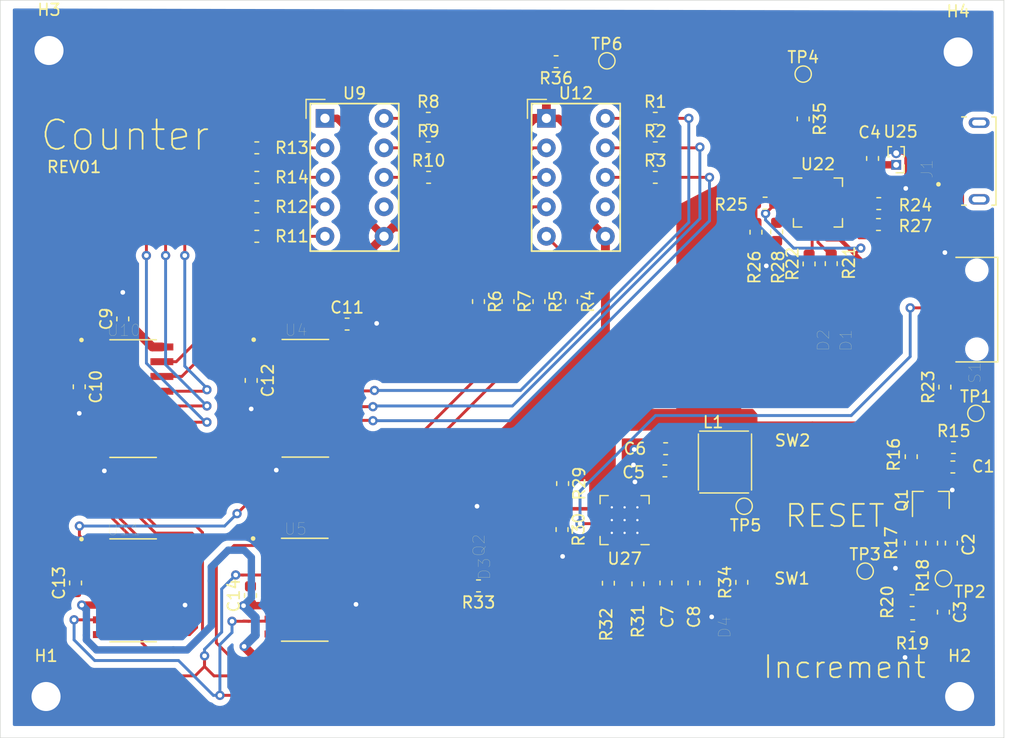
<source format=kicad_pcb>
(kicad_pcb (version 20171130) (host pcbnew "(5.1.5)-3")
  (layers (0 F.Cu signal) (31 B.Cu signal) (34 B.Paste user) (35 F.Paste user) (36 B.SilkS user) (37 F.SilkS user) (38 B.Mask user) (39 F.Mask user) (44 Edge.Cuts user))
  (net 0 "")
  (net 1 GND)
  (net 2 /Reset_GND)
  (net 3 /Reset)
  (net 4 /Push)
  (net 5 "Net-(C4-Pad1)")
  (net 6 +BATT)
  (net 7 +5V)
  (net 8 VBUS)
  (net 9 "Net-(D1-Pad1)")
  (net 10 "Net-(D2-Pad1)")
  (net 11 "Net-(D3-Pad2)")
  (net 12 "Net-(D4-Pad2)")
  (net 13 "Net-(J1-Pad4)")
  (net 14 "Net-(J1-Pad3)")
  (net 15 "Net-(J1-Pad2)")
  (net 16 "Net-(L1-Pad2)")
  (net 17 "Net-(Q1-Pad3)")
  (net 18 "Net-(Q1-Pad1)")
  (net 19 "Net-(Q2-Pad1)")
  (net 20 "Net-(Q2-Pad3)")
  (net 21 "Net-(R1-Pad2)")
  (net 22 "Net-(R1-Pad1)")
  (net 23 "Net-(R2-Pad2)")
  (net 24 "Net-(R2-Pad1)")
  (net 25 "Net-(R3-Pad2)")
  (net 26 "Net-(R3-Pad1)")
  (net 27 "Net-(R4-Pad2)")
  (net 28 "Net-(R4-Pad1)")
  (net 29 "Net-(R5-Pad2)")
  (net 30 "Net-(R5-Pad1)")
  (net 31 "Net-(R6-Pad2)")
  (net 32 "Net-(R6-Pad1)")
  (net 33 "Net-(R7-Pad2)")
  (net 34 "Net-(R7-Pad1)")
  (net 35 "Net-(R8-Pad2)")
  (net 36 "Net-(R8-Pad1)")
  (net 37 "Net-(R9-Pad2)")
  (net 38 "Net-(R9-Pad1)")
  (net 39 "Net-(R10-Pad2)")
  (net 40 "Net-(R10-Pad1)")
  (net 41 "Net-(R11-Pad2)")
  (net 42 "Net-(R11-Pad1)")
  (net 43 "Net-(R12-Pad2)")
  (net 44 "Net-(R12-Pad1)")
  (net 45 "Net-(R13-Pad2)")
  (net 46 "Net-(R13-Pad1)")
  (net 47 "Net-(R14-Pad2)")
  (net 48 "Net-(R14-Pad1)")
  (net 49 "Net-(R19-Pad1)")
  (net 50 "Net-(R21-Pad2)")
  (net 51 "Net-(R22-Pad2)")
  (net 52 "Net-(R23-Pad2)")
  (net 53 "Net-(R24-Pad1)")
  (net 54 "Net-(R25-Pad2)")
  (net 55 "Net-(R27-Pad1)")
  (net 56 "Net-(R28-Pad1)")
  (net 57 "Net-(R29-Pad2)")
  (net 58 "Net-(R31-Pad2)")
  (net 59 "Net-(R35-Pad1)")
  (net 60 "Net-(R36-Pad1)")
  (net 61 /Power/EN)
  (net 62 /A1)
  (net 63 /D1)
  (net 64 /C1)
  (net 65 /B1)
  (net 66 "Net-(U5-Pad7)")
  (net 67 "Net-(U9-Pad7)")
  (net 68 /A2)
  (net 69 /D2)
  (net 70 /C2)
  (net 71 /B2)
  (net 72 "Net-(U11-Pad7)")
  (net 73 "Net-(U12-Pad7)")
  (net 74 "Net-(U22-Pad6)")
  (net 75 "Net-(U27-Pad2)")
  (module Capacitor_SMD:C_0603_1608Metric (layer F.Cu) (at 82.4865 138.8745 90)
    (fp_text reference C14 (at 0 -1.43 90) (layer F.SilkS))
    (fp_text value 0.1uF)
    (pad 2 smd roundrect (at 0.7875 0 90) (size 0.875 0.95) (layers F.Cu F.Paste F.Mask) (net 1 GND))
    (pad 1 smd roundrect (at -0.7875 0 90) (size 0.875 0.95) (layers F.Cu F.Paste F.Mask) (net 7 +5V))
  )
  (module Capacitor_SMD:C_0603_1608Metric (layer F.Cu) (at 67.437 137.795 90)
    (fp_text reference C13 (at 0 -1.43 90) (layer F.SilkS))
    (fp_text value 0.1uF)
    (pad 2 smd roundrect (at 0.7875 0 90) (size 0.875 0.95) (layers F.Cu F.Paste F.Mask) (net 1 GND))
    (pad 1 smd roundrect (at -0.7875 0 90) (size 0.875 0.95) (layers F.Cu F.Paste F.Mask) (net 7 +5V))
  )
  (module Capacitor_SMD:C_0603_1608Metric (layer F.Cu) (at 82.55 120.358 270)
    (fp_text reference C12 (at 0 -1.43 90) (layer F.SilkS))
    (fp_text value 0.1uF)
    (pad 2 smd roundrect (at 0.7875 0 270) (size 0.875 0.95) (layers F.Cu F.Paste F.Mask) (net 1 GND))
    (pad 1 smd roundrect (at -0.7875 0 270) (size 0.875 0.95) (layers F.Cu F.Paste F.Mask) (net 7 +5V))
  )
  (module Capacitor_SMD:C_0603_1608Metric (layer F.Cu) (at 90.805 115.5065)
    (fp_text reference C11 (at 0 -1.43) (layer F.SilkS))
    (fp_text value 0.1uF)
    (pad 2 smd roundrect (at 0.7875 0) (size 0.875 0.95) (layers F.Cu F.Paste F.Mask) (net 1 GND))
    (pad 1 smd roundrect (at -0.7875 0) (size 0.875 0.95) (layers F.Cu F.Paste F.Mask) (net 7 +5V))
  )
  (module Capacitor_SMD:C_0603_1608Metric (layer F.Cu) (at 67.7545 120.904 270)
    (fp_text reference C10 (at 0 -1.43 90) (layer F.SilkS))
    (fp_text value 0.1uF)
    (pad 2 smd roundrect (at 0.7875 0 270) (size 0.875 0.95) (layers F.Cu F.Paste F.Mask) (net 1 GND))
    (pad 1 smd roundrect (at -0.7875 0 270) (size 0.875 0.95) (layers F.Cu F.Paste F.Mask) (net 7 +5V))
  )
  (module Capacitor_SMD:C_0603_1608Metric (layer F.Cu) (at 71.501 115.062 90)
    (fp_text reference C9 (at 0 -1.43 90) (layer F.SilkS))
    (fp_text value 0.1uF)
    (pad 2 smd roundrect (at 0.7875 0 90) (size 0.875 0.95) (layers F.Cu F.Paste F.Mask) (net 1 GND))
    (pad 1 smd roundrect (at -0.7875 0 90) (size 0.875 0.95) (layers F.Cu F.Paste F.Mask) (net 7 +5V))
  )
  (module MountingHole:MountingHole_2.5mm_Pad (layer F.Cu) (at 143.383 92.075)
    (fp_text reference H4 (at 0 -3.5) (layer F.SilkS))
    (fp_text value MountingHole_Pad)
    (pad 1 thru_hole circle (at 0 0) (size 5 5) (drill 2.5) (layers *.Cu *.Mask) (net 1 GND))
  )
  (module MountingHole:MountingHole_2.5mm_Pad (layer F.Cu) (at 65.151 91.948)
    (fp_text reference H3 (at 0 -3.5) (layer F.SilkS))
    (fp_text value MountingHole_Pad)
    (pad 1 thru_hole circle (at 0 0) (size 5 5) (drill 2.5) (layers *.Cu *.Mask) (net 1 GND))
  )
  (module MountingHole:MountingHole_2.5mm_Pad (layer F.Cu) (at 143.51 147.574)
    (fp_text reference H2 (at 0 -3.5) (layer F.SilkS))
    (fp_text value MountingHole_Pad)
    (pad 1 thru_hole circle (at 0 0) (size 5 5) (drill 2.5) (layers *.Cu *.Mask) (net 1 GND))
  )
  (module MountingHole:MountingHole_2.5mm_Pad (layer F.Cu) (at 64.897 147.574)
    (fp_text reference H1 (at 0 -3.5) (layer F.SilkS))
    (fp_text value MountingHole_Pad)
    (pad 1 thru_hole circle (at 0 0) (size 5 5) (drill 2.5) (layers *.Cu *.Mask) (net 1 GND))
  )
  (module TestPoint:TestPoint_Pad_D1.0mm (layer F.Cu) (at 113.157 92.837)
    (fp_text reference TP6 (at 0 -1.448) (layer F.SilkS))
    (fp_text value TestPoint)
    (pad 1 smd circle (at 0 0) (size 1 1) (layers F.Cu F.Mask) (net 60 "Net-(R36-Pad1)"))
  )
  (module TestPoint:TestPoint_Pad_D1.0mm (layer F.Cu) (at 124.968 131.191)
    (fp_text reference TP5 (at 0.127 1.651) (layer F.SilkS))
    (fp_text value TestPoint)
    (pad 1 smd circle (at 0 0) (size 1 1) (layers F.Cu F.Mask) (net 16 "Net-(L1-Pad2)"))
  )
  (module TestPoint:TestPoint_Pad_D1.0mm (layer F.Cu) (at 135.382 136.779)
    (fp_text reference TP3 (at 0 -1.448) (layer F.SilkS))
    (fp_text value TestPoint)
    (pad 1 smd circle (at 0 0) (size 1 1) (layers F.Cu F.Mask) (net 4 /Push))
  )
  (module TestPoint:TestPoint_Pad_D1.0mm (layer F.Cu) (at 142.113 137.414)
    (fp_text reference TP2 (at 2.286 1.143) (layer F.SilkS))
    (fp_text value TestPoint)
    (pad 1 smd circle (at 0 0) (size 1 1) (layers F.Cu F.Mask) (net 3 /Reset))
  )
  (module TestPoint:TestPoint_Pad_D1.0mm (layer F.Cu) (at 144.907 123.19)
    (fp_text reference TP1 (at 0 -1.448) (layer F.SilkS))
    (fp_text value TestPoint)
    (pad 1 smd circle (at 0 0) (size 1 1) (layers F.Cu F.Mask) (net 2 /Reset_GND))
  )
  (module TestPoint:TestPoint_Pad_D1.0mm (layer F.Cu) (at 130.048 93.98)
    (fp_text reference TP4 (at 0 -1.448) (layer F.SilkS))
    (fp_text value TestPoint)
    (pad 1 smd circle (at 0 0) (size 1 1) (layers F.Cu F.Mask) (net 59 "Net-(R35-Pad1)"))
  )
  (module Package_DFN_QFN:Texas_S-PVQFN-N16_EP2.7x2.7mm_ThermalVias (layer F.Cu) (at 114.681 132.3848 180)
    (fp_text reference U27 (at 0 -3.32) (layer F.SilkS))
    (fp_text value TPS61090)
    (pad 16 smd roundrect (at -0.975 -1.9625 180) (size 0.35 0.825) (layers F.Cu F.Paste F.Mask) (net 7 +5V))
    (pad 15 smd roundrect (at -0.325 -1.9625 180) (size 0.35 0.825) (layers F.Cu F.Paste F.Mask) (net 7 +5V))
    (pad 14 smd roundrect (at 0.325 -1.9625 180) (size 0.35 0.825) (layers F.Cu F.Paste F.Mask) (net 58 "Net-(R31-Pad2)"))
    (pad 13 smd roundrect (at 0.975 -1.9625 180) (size 0.35 0.825) (layers F.Cu F.Paste F.Mask) (net 1 GND))
    (pad 12 smd roundrect (at 1.9625 -0.975 180) (size 0.825 0.35) (layers F.Cu F.Paste F.Mask) (net 19 "Net-(Q2-Pad1)"))
    (pad 11 smd roundrect (at 1.9625 -0.325 180) (size 0.825 0.35) (layers F.Cu F.Paste F.Mask) (net 61 /Power/EN))
    (pad 10 smd roundrect (at 1.9625 0.325 180) (size 0.825 0.35) (layers F.Cu F.Paste F.Mask) (net 1 GND))
    (pad 9 smd roundrect (at 1.9625 0.975 180) (size 0.825 0.35) (layers F.Cu F.Paste F.Mask) (net 57 "Net-(R29-Pad2)"))
    (pad 8 smd roundrect (at 0.975 1.9625 180) (size 0.35 0.825) (layers F.Cu F.Paste F.Mask) (net 6 +BATT))
    (pad 7 smd roundrect (at 0.325 1.9625 180) (size 0.35 0.825) (layers F.Cu F.Paste F.Mask) (net 1 GND))
    (pad 6 smd roundrect (at -0.325 1.9625 180) (size 0.35 0.825) (layers F.Cu F.Paste F.Mask) (net 1 GND))
    (pad 5 smd roundrect (at -0.975 1.9625 180) (size 0.35 0.825) (layers F.Cu F.Paste F.Mask) (net 1 GND))
    (pad 4 smd roundrect (at -1.9625 0.975 180) (size 0.825 0.35) (layers F.Cu F.Paste F.Mask) (net 16 "Net-(L1-Pad2)"))
    (pad 3 smd roundrect (at -1.9625 0.325 180) (size 0.825 0.35) (layers F.Cu F.Paste F.Mask) (net 16 "Net-(L1-Pad2)"))
    (pad 2 smd roundrect (at -1.9625 -0.325 180) (size 0.825 0.35) (layers F.Cu F.Paste F.Mask) (net 75 "Net-(U27-Pad2)"))
    (pad 1 smd roundrect (at -1.9625 -0.975 180) (size 0.825 0.35) (layers F.Cu F.Paste F.Mask) (net 7 +5V))
    (pad 17 smd roundrect (at 0 0 180) (size 2.7 2.7) (layers B.Cu) (roundrect_rratio 0.09259299999999999) (net 1 GND))
    (pad 17 thru_hole circle (at 1.1 1.1 180) (size 0.5 0.5) (drill 0.2) (layers *.Cu) (net 1 GND))
    (pad 17 thru_hole circle (at 0 1.1 180) (size 0.5 0.5) (drill 0.2) (layers *.Cu) (net 1 GND))
    (pad 17 thru_hole circle (at -1.1 1.1 180) (size 0.5 0.5) (drill 0.2) (layers *.Cu) (net 1 GND))
    (pad 17 thru_hole circle (at 1.1 0 180) (size 0.5 0.5) (drill 0.2) (layers *.Cu) (net 1 GND))
    (pad 17 thru_hole circle (at 0 0 180) (size 0.5 0.5) (drill 0.2) (layers *.Cu) (net 1 GND))
    (pad 17 thru_hole circle (at -1.1 0 180) (size 0.5 0.5) (drill 0.2) (layers *.Cu) (net 1 GND))
    (pad 17 thru_hole circle (at 1.1 -1.1 180) (size 0.5 0.5) (drill 0.2) (layers *.Cu) (net 1 GND))
    (pad 17 thru_hole circle (at 0 -1.1 180) (size 0.5 0.5) (drill 0.2) (layers *.Cu) (net 1 GND))
    (pad 17 thru_hole circle (at -1.1 -1.1 180) (size 0.5 0.5) (drill 0.2) (layers *.Cu) (net 1 GND))
    (pad 17 smd roundrect (at 0 0 180) (size 2.7 2.7) (layers F.Cu F.Mask) (roundrect_rratio 0.09259299999999999) (net 1 GND))
  )
  (module Connector_PinHeader_1.00mm:PinHeader_1x02_P1.00mm_Vertical (layer F.Cu) (at 138.049 101.7905 180)
    (fp_text reference U25 (at -0.381 2.8575) (layer F.SilkS))
    (fp_text value Header)
    (pad 2 thru_hole oval (at 0 1 180) (size 0.85 0.85) (drill 0.5) (layers *.Cu *.Mask) (net 1 GND))
    (pad 1 thru_hole rect (at 0 0 180) (size 0.85 0.85) (drill 0.5) (layers *.Cu *.Mask) (net 5 "Net-(C4-Pad1)"))
  )
  (module Package_DFN_QFN:QFN-20-1EP_4x4mm_P0.5mm_EP2.5x2.5mm (layer F.Cu) (at 131.318 105.037)
    (fp_text reference U22 (at 0 -3.3) (layer F.SilkS))
    (fp_text value MCP73871)
    (pad 20 smd roundrect (at -1 -1.9375) (size 0.25 0.825) (layers F.Cu F.Paste F.Mask) (net 6 +BATT))
    (pad 19 smd roundrect (at -0.5 -1.9375) (size 0.25 0.825) (layers F.Cu F.Paste F.Mask) (net 8 VBUS))
    (pad 18 smd roundrect (at 0 -1.9375) (size 0.25 0.825) (layers F.Cu F.Paste F.Mask) (net 8 VBUS))
    (pad 17 smd roundrect (at 0.5 -1.9375) (size 0.25 0.825) (layers F.Cu F.Paste F.Mask) (net 8 VBUS))
    (pad 16 smd roundrect (at 1 -1.9375) (size 0.25 0.825) (layers F.Cu F.Paste F.Mask) (net 5 "Net-(C4-Pad1)"))
    (pad 15 smd roundrect (at 1.9375 -1) (size 0.825 0.25) (layers F.Cu F.Paste F.Mask) (net 5 "Net-(C4-Pad1)"))
    (pad 14 smd roundrect (at 1.9375 -0.5) (size 0.825 0.25) (layers F.Cu F.Paste F.Mask) (net 5 "Net-(C4-Pad1)"))
    (pad 13 smd roundrect (at 1.9375 0) (size 0.825 0.25) (layers F.Cu F.Paste F.Mask) (net 53 "Net-(R24-Pad1)"))
    (pad 12 smd roundrect (at 1.9375 0.5) (size 0.825 0.25) (layers F.Cu F.Paste F.Mask) (net 55 "Net-(R27-Pad1)"))
    (pad 11 smd roundrect (at 1.9375 1) (size 0.825 0.25) (layers F.Cu F.Paste F.Mask) (net 1 GND))
    (pad 10 smd roundrect (at 1 1.9375) (size 0.25 0.825) (layers F.Cu F.Paste F.Mask) (net 1 GND))
    (pad 9 smd roundrect (at 0.5 1.9375) (size 0.25 0.825) (layers F.Cu F.Paste F.Mask) (net 8 VBUS))
    (pad 8 smd roundrect (at 0 1.9375) (size 0.25 0.825) (layers F.Cu F.Paste F.Mask) (net 50 "Net-(R21-Pad2)"))
    (pad 7 smd roundrect (at -0.5 1.9375) (size 0.25 0.825) (layers F.Cu F.Paste F.Mask) (net 51 "Net-(R22-Pad2)"))
    (pad 6 smd roundrect (at -1 1.9375) (size 0.25 0.825) (layers F.Cu F.Paste F.Mask) (net 74 "Net-(U22-Pad6)"))
    (pad 5 smd roundrect (at -1.9375 1) (size 0.825 0.25) (layers F.Cu F.Paste F.Mask) (net 56 "Net-(R28-Pad1)"))
    (pad 4 smd roundrect (at -1.9375 0.5) (size 0.825 0.25) (layers F.Cu F.Paste F.Mask) (net 8 VBUS))
    (pad 3 smd roundrect (at -1.9375 0) (size 0.825 0.25) (layers F.Cu F.Paste F.Mask) (net 8 VBUS))
    (pad 2 smd roundrect (at -1.9375 -0.5) (size 0.825 0.25) (layers F.Cu F.Paste F.Mask) (net 54 "Net-(R25-Pad2)"))
    (pad 1 smd roundrect (at -1.9375 -1) (size 0.825 0.25) (layers F.Cu F.Paste F.Mask) (net 6 +BATT))
    (pad 21 smd roundrect (at 0 0) (size 2.5 2.5) (layers F.Cu F.Mask) (roundrect_rratio 0.1) (net 1 GND))
  )
  (module Display_7Segment:HDSP-A151 (layer F.Cu) (at 107.95 97.79)
    (fp_text reference U12 (at 2.54 -2.159) (layer F.SilkS))
    (fp_text value HDSP-A151)
    (pad 10 thru_hole circle (at 5.08 0) (size 1.6 1.6) (drill 0.8) (layers *.Cu *.Mask) (net 22 "Net-(R1-Pad1)"))
    (pad 9 thru_hole circle (at 5.08 2.54) (size 1.6 1.6) (drill 0.8) (layers *.Cu *.Mask) (net 24 "Net-(R2-Pad1)"))
    (pad 8 thru_hole circle (at 5.08 5.08) (size 1.6 1.6) (drill 0.8) (layers *.Cu *.Mask) (net 26 "Net-(R3-Pad1)"))
    (pad 7 thru_hole circle (at 5.08 7.62) (size 1.6 1.6) (drill 0.8) (layers *.Cu *.Mask) (net 73 "Net-(U12-Pad7)"))
    (pad 6 thru_hole circle (at 5.08 10.16) (size 1.6 1.6) (drill 0.8) (layers *.Cu *.Mask) (net 7 +5V))
    (pad 5 thru_hole circle (at 0 10.16) (size 1.6 1.6) (drill 0.8) (layers *.Cu *.Mask) (net 28 "Net-(R4-Pad1)"))
    (pad 4 thru_hole circle (at 0 7.62) (size 1.6 1.6) (drill 0.8) (layers *.Cu *.Mask) (net 30 "Net-(R5-Pad1)"))
    (pad 3 thru_hole circle (at 0 5.08) (size 1.6 1.6) (drill 0.8) (layers *.Cu *.Mask) (net 34 "Net-(R7-Pad1)"))
    (pad 2 thru_hole circle (at 0 2.54) (size 1.6 1.6) (drill 0.8) (layers *.Cu *.Mask) (net 32 "Net-(R6-Pad1)"))
    (pad 1 thru_hole rect (at 0 0) (size 1.6 1.6) (drill 0.8) (layers *.Cu *.Mask) (net 7 +5V))
  )
  (module "1_Jons_Footprints:SN74LS90DR - SOIC127P600X175-14N" (layer F.Cu) (at 72.39 138.43)
    (fp_text reference U11 (at -0.795 -5.242) (layer F.SilkS) (effects (font (thickness 0.015))))
    (fp_text value 74LS90)
    (pad 14 smd rect (at 2.475 -3.81) (size 1.97 0.6) (layers F.Cu F.Paste F.Mask) (net 68 /A2))
    (pad 13 smd rect (at 2.475 -2.54) (size 1.97 0.6) (layers F.Cu F.Paste F.Mask))
    (pad 12 smd rect (at 2.475 -1.27) (size 1.97 0.6) (layers F.Cu F.Paste F.Mask) (net 68 /A2))
    (pad 11 smd rect (at 2.475 0) (size 1.97 0.6) (layers F.Cu F.Paste F.Mask) (net 69 /D2))
    (pad 10 smd rect (at 2.475 1.27) (size 1.97 0.6) (layers F.Cu F.Paste F.Mask) (net 1 GND))
    (pad 9 smd rect (at 2.475 2.54) (size 1.97 0.6) (layers F.Cu F.Paste F.Mask) (net 71 /B2))
    (pad 8 smd rect (at 2.475 3.81) (size 1.97 0.6) (layers F.Cu F.Paste F.Mask) (net 70 /C2))
    (pad 7 smd rect (at -2.475 3.81) (size 1.97 0.6) (layers F.Cu F.Paste F.Mask) (net 72 "Net-(U11-Pad7)"))
    (pad 6 smd rect (at -2.475 2.54) (size 1.97 0.6) (layers F.Cu F.Paste F.Mask) (net 2 /Reset_GND))
    (pad 5 smd rect (at -2.475 1.27) (size 1.97 0.6) (layers F.Cu F.Paste F.Mask) (net 7 +5V))
    (pad 4 smd rect (at -2.475 0) (size 1.97 0.6) (layers F.Cu F.Paste F.Mask))
    (pad 3 smd rect (at -2.475 -1.27) (size 1.97 0.6) (layers F.Cu F.Paste F.Mask) (net 3 /Reset))
    (pad 2 smd rect (at -2.475 -2.54) (size 1.97 0.6) (layers F.Cu F.Paste F.Mask) (net 3 /Reset))
    (pad 1 smd rect (at -2.475 -3.81) (size 1.97 0.6) (layers F.Cu F.Paste F.Mask) (net 63 /D1))
  )
  (module "1_Jons_Footprints:SN74LS47D - SOIC127P600X175-16N" (layer F.Cu) (at 72.39 121.92)
    (fp_text reference U10 (at -0.795 -5.877) (layer F.SilkS) (effects (font (thickness 0.015))))
    (fp_text value 74LS47)
    (pad 16 smd rect (at 2.475 -4.445) (size 1.97 0.6) (layers F.Cu F.Paste F.Mask) (net 7 +5V))
    (pad 15 smd rect (at 2.475 -3.175) (size 1.97 0.6) (layers F.Cu F.Paste F.Mask) (net 45 "Net-(R13-Pad2)"))
    (pad 14 smd rect (at 2.475 -1.905) (size 1.97 0.6) (layers F.Cu F.Paste F.Mask) (net 47 "Net-(R14-Pad2)"))
    (pad 13 smd rect (at 2.475 -0.635) (size 1.97 0.6) (layers F.Cu F.Paste F.Mask) (net 35 "Net-(R8-Pad2)"))
    (pad 12 smd rect (at 2.475 0.635) (size 1.97 0.6) (layers F.Cu F.Paste F.Mask) (net 37 "Net-(R9-Pad2)"))
    (pad 11 smd rect (at 2.475 1.905) (size 1.97 0.6) (layers F.Cu F.Paste F.Mask) (net 39 "Net-(R10-Pad2)"))
    (pad 10 smd rect (at 2.475 3.175) (size 1.97 0.6) (layers F.Cu F.Paste F.Mask) (net 41 "Net-(R11-Pad2)"))
    (pad 9 smd rect (at 2.475 4.445) (size 1.97 0.6) (layers F.Cu F.Paste F.Mask) (net 43 "Net-(R12-Pad2)"))
    (pad 8 smd rect (at -2.475 4.445) (size 1.97 0.6) (layers F.Cu F.Paste F.Mask) (net 1 GND))
    (pad 7 smd rect (at -2.475 3.175) (size 1.97 0.6) (layers F.Cu F.Paste F.Mask) (net 68 /A2))
    (pad 6 smd rect (at -2.475 1.905) (size 1.97 0.6) (layers F.Cu F.Paste F.Mask) (net 69 /D2))
    (pad 5 smd rect (at -2.475 0.635) (size 1.97 0.6) (layers F.Cu F.Paste F.Mask) (net 7 +5V))
    (pad 4 smd rect (at -2.475 -0.635) (size 1.97 0.6) (layers F.Cu F.Paste F.Mask) (net 7 +5V))
    (pad 3 smd rect (at -2.475 -1.905) (size 1.97 0.6) (layers F.Cu F.Paste F.Mask) (net 7 +5V))
    (pad 2 smd rect (at -2.475 -3.175) (size 1.97 0.6) (layers F.Cu F.Paste F.Mask) (net 70 /C2))
    (pad 1 smd rect (at -2.475 -4.445) (size 1.97 0.6) (layers F.Cu F.Paste F.Mask) (net 71 /B2))
  )
  (module Display_7Segment:HDSP-A151 (layer F.Cu) (at 88.9 97.79)
    (fp_text reference U9 (at 2.54 -2.159) (layer F.SilkS))
    (fp_text value HDSP-A151)
    (pad 10 thru_hole circle (at 5.08 0) (size 1.6 1.6) (drill 0.8) (layers *.Cu *.Mask) (net 36 "Net-(R8-Pad1)"))
    (pad 9 thru_hole circle (at 5.08 2.54) (size 1.6 1.6) (drill 0.8) (layers *.Cu *.Mask) (net 38 "Net-(R9-Pad1)"))
    (pad 8 thru_hole circle (at 5.08 5.08) (size 1.6 1.6) (drill 0.8) (layers *.Cu *.Mask) (net 40 "Net-(R10-Pad1)"))
    (pad 7 thru_hole circle (at 5.08 7.62) (size 1.6 1.6) (drill 0.8) (layers *.Cu *.Mask) (net 67 "Net-(U9-Pad7)"))
    (pad 6 thru_hole circle (at 5.08 10.16) (size 1.6 1.6) (drill 0.8) (layers *.Cu *.Mask) (net 7 +5V))
    (pad 5 thru_hole circle (at 0 10.16) (size 1.6 1.6) (drill 0.8) (layers *.Cu *.Mask) (net 42 "Net-(R11-Pad1)"))
    (pad 4 thru_hole circle (at 0 7.62) (size 1.6 1.6) (drill 0.8) (layers *.Cu *.Mask) (net 44 "Net-(R12-Pad1)"))
    (pad 3 thru_hole circle (at 0 5.08) (size 1.6 1.6) (drill 0.8) (layers *.Cu *.Mask) (net 48 "Net-(R14-Pad1)"))
    (pad 2 thru_hole circle (at 0 2.54) (size 1.6 1.6) (drill 0.8) (layers *.Cu *.Mask) (net 46 "Net-(R13-Pad1)"))
    (pad 1 thru_hole rect (at 0 0) (size 1.6 1.6) (drill 0.8) (layers *.Cu *.Mask) (net 7 +5V))
  )
  (module "1_Jons_Footprints:SN74LS90DR - SOIC127P600X175-14N" (layer F.Cu) (at 87.1586 138.3792)
    (fp_text reference U5 (at -0.795 -5.242) (layer F.SilkS) (effects (font (thickness 0.015))))
    (fp_text value 74LS90)
    (pad 14 smd rect (at 2.475 -3.81) (size 1.97 0.6) (layers F.Cu F.Paste F.Mask) (net 62 /A1))
    (pad 13 smd rect (at 2.475 -2.54) (size 1.97 0.6) (layers F.Cu F.Paste F.Mask))
    (pad 12 smd rect (at 2.475 -1.27) (size 1.97 0.6) (layers F.Cu F.Paste F.Mask) (net 62 /A1))
    (pad 11 smd rect (at 2.475 0) (size 1.97 0.6) (layers F.Cu F.Paste F.Mask) (net 63 /D1))
    (pad 10 smd rect (at 2.475 1.27) (size 1.97 0.6) (layers F.Cu F.Paste F.Mask) (net 1 GND))
    (pad 9 smd rect (at 2.475 2.54) (size 1.97 0.6) (layers F.Cu F.Paste F.Mask) (net 65 /B1))
    (pad 8 smd rect (at 2.475 3.81) (size 1.97 0.6) (layers F.Cu F.Paste F.Mask) (net 64 /C1))
    (pad 7 smd rect (at -2.475 3.81) (size 1.97 0.6) (layers F.Cu F.Paste F.Mask) (net 66 "Net-(U5-Pad7)"))
    (pad 6 smd rect (at -2.475 2.54) (size 1.97 0.6) (layers F.Cu F.Paste F.Mask) (net 2 /Reset_GND))
    (pad 5 smd rect (at -2.475 1.27) (size 1.97 0.6) (layers F.Cu F.Paste F.Mask) (net 7 +5V))
    (pad 4 smd rect (at -2.475 0) (size 1.97 0.6) (layers F.Cu F.Paste F.Mask))
    (pad 3 smd rect (at -2.475 -1.27) (size 1.97 0.6) (layers F.Cu F.Paste F.Mask) (net 3 /Reset))
    (pad 2 smd rect (at -2.475 -2.54) (size 1.97 0.6) (layers F.Cu F.Paste F.Mask) (net 3 /Reset))
    (pad 1 smd rect (at -2.475 -3.81) (size 1.97 0.6) (layers F.Cu F.Paste F.Mask) (net 4 /Push))
  )
  (module "1_Jons_Footprints:SN74LS47D - SOIC127P600X175-16N" (layer F.Cu) (at 87.2094 121.8946)
    (fp_text reference U4 (at -0.795 -5.877) (layer F.SilkS) (effects (font (thickness 0.015))))
    (fp_text value 74LS47)
    (pad 16 smd rect (at 2.475 -4.445) (size 1.97 0.6) (layers F.Cu F.Paste F.Mask) (net 7 +5V))
    (pad 15 smd rect (at 2.475 -3.175) (size 1.97 0.6) (layers F.Cu F.Paste F.Mask) (net 31 "Net-(R6-Pad2)"))
    (pad 14 smd rect (at 2.475 -1.905) (size 1.97 0.6) (layers F.Cu F.Paste F.Mask) (net 33 "Net-(R7-Pad2)"))
    (pad 13 smd rect (at 2.475 -0.635) (size 1.97 0.6) (layers F.Cu F.Paste F.Mask) (net 21 "Net-(R1-Pad2)"))
    (pad 12 smd rect (at 2.475 0.635) (size 1.97 0.6) (layers F.Cu F.Paste F.Mask) (net 23 "Net-(R2-Pad2)"))
    (pad 11 smd rect (at 2.475 1.905) (size 1.97 0.6) (layers F.Cu F.Paste F.Mask) (net 25 "Net-(R3-Pad2)"))
    (pad 10 smd rect (at 2.475 3.175) (size 1.97 0.6) (layers F.Cu F.Paste F.Mask) (net 27 "Net-(R4-Pad2)"))
    (pad 9 smd rect (at 2.475 4.445) (size 1.97 0.6) (layers F.Cu F.Paste F.Mask) (net 29 "Net-(R5-Pad2)"))
    (pad 8 smd rect (at -2.475 4.445) (size 1.97 0.6) (layers F.Cu F.Paste F.Mask) (net 1 GND))
    (pad 7 smd rect (at -2.475 3.175) (size 1.97 0.6) (layers F.Cu F.Paste F.Mask) (net 62 /A1))
    (pad 6 smd rect (at -2.475 1.905) (size 1.97 0.6) (layers F.Cu F.Paste F.Mask) (net 63 /D1))
    (pad 5 smd rect (at -2.475 0.635) (size 1.97 0.6) (layers F.Cu F.Paste F.Mask) (net 7 +5V))
    (pad 4 smd rect (at -2.475 -0.635) (size 1.97 0.6) (layers F.Cu F.Paste F.Mask) (net 7 +5V))
    (pad 3 smd rect (at -2.475 -1.905) (size 1.97 0.6) (layers F.Cu F.Paste F.Mask) (net 7 +5V))
    (pad 2 smd rect (at -2.475 -3.175) (size 1.97 0.6) (layers F.Cu F.Paste F.Mask) (net 64 /C1))
    (pad 1 smd rect (at -2.475 -4.445) (size 1.97 0.6) (layers F.Cu F.Paste F.Mask) (net 65 /B1))
  )
  (module "1_Jons_Footprints:Push Button - 1241.1601.11" (layer F.Cu) (at 135.255 129.286 180)
    (fp_text reference SW2 (at 6.1214 3.7592) (layer F.SilkS))
    (fp_text value SW_Push)
    (pad 1 smd rect (at 0 0 180) (size 1.524 1.524) (layers F.Cu F.Paste F.Mask) (net 18 "Net-(Q1-Pad1)"))
    (pad 2 smd rect (at 3.302 0 180) (size 1.524 1.524) (layers F.Cu F.Paste F.Mask) (net 7 +5V))
    (pad 1 smd rect (at 0 2.286 180) (size 1.524 1.524) (layers F.Cu F.Paste F.Mask) (net 18 "Net-(Q1-Pad1)"))
    (pad 2 smd rect (at 3.302 2.286 180) (size 1.524 1.524) (layers F.Cu F.Paste F.Mask) (net 7 +5V))
  )
  (module "1_Jons_Footprints:Push Button - 1241.1601.11" (layer F.Cu) (at 135.255 141.5542 180)
    (fp_text reference SW1 (at 6.1722 4.1402) (layer F.SilkS))
    (fp_text value SW_Push)
    (pad 1 smd rect (at 0 0 180) (size 1.524 1.524) (layers F.Cu F.Paste F.Mask) (net 49 "Net-(R19-Pad1)"))
    (pad 2 smd rect (at 3.302 0 180) (size 1.524 1.524) (layers F.Cu F.Paste F.Mask) (net 7 +5V))
    (pad 1 smd rect (at 0 2.286 180) (size 1.524 1.524) (layers F.Cu F.Paste F.Mask) (net 49 "Net-(R19-Pad1)"))
    (pad 2 smd rect (at 3.302 2.286 180) (size 1.524 1.524) (layers F.Cu F.Paste F.Mask) (net 7 +5V))
  )
  (module 1_Jons_Footprints:SW_JS102011SAQN (layer F.Cu) (at 144.99 114.26 90)
    (fp_text reference S1 (at -5.438995 -0.175125 270) (layer F.SilkS) (effects (font (size 1.000732 1.000732) (thickness 0.015))))
    (fp_text value JS102011SAQN)
    (pad None np_thru_hole circle (at 3.4 0 90) (size 1 1) (drill 1) (layers *.Cu *.Mask))
    (pad None np_thru_hole circle (at -3.4 0 90) (size 1 1) (drill 1) (layers *.Cu *.Mask))
    (pad 3 smd rect (at 2.5 -2.75 90) (size 1.2 2.5) (layers F.Cu F.Paste F.Mask) (net 1 GND))
    (pad 2 smd rect (at 0 -2.75 90) (size 1.2 2.5) (layers F.Cu F.Paste F.Mask) (net 61 /Power/EN))
    (pad 1 smd rect (at -2.5 -2.75 90) (size 1.2 2.5) (layers F.Cu F.Paste F.Mask) (net 52 "Net-(R23-Pad2)"))
  )
  (module Resistor_SMD:R_0603_1608Metric (layer F.Cu) (at 108.7881 92.9132 180)
    (fp_text reference R36 (at 0 -1.43) (layer F.SilkS))
    (fp_text value 100k)
    (pad 2 smd roundrect (at 0.7875 0 180) (size 0.875 0.95) (layers F.Cu F.Paste F.Mask) (net 7 +5V))
    (pad 1 smd roundrect (at -0.7875 0 180) (size 0.875 0.95) (layers F.Cu F.Paste F.Mask) (net 60 "Net-(R36-Pad1)"))
  )
  (module Resistor_SMD:R_0603_1608Metric (layer F.Cu) (at 130.048 97.8409 270)
    (fp_text reference R35 (at 0 -1.43 90) (layer F.SilkS))
    (fp_text value 100k)
    (pad 2 smd roundrect (at 0.7875 0 270) (size 0.875 0.95) (layers F.Cu F.Paste F.Mask) (net 6 +BATT))
    (pad 1 smd roundrect (at -0.7875 0 270) (size 0.875 0.95) (layers F.Cu F.Paste F.Mask) (net 59 "Net-(R35-Pad1)"))
  )
  (module Resistor_SMD:R_0603_1608Metric (layer F.Cu) (at 124.7648 137.7441 90)
    (fp_text reference R34 (at 0 -1.43 90) (layer F.SilkS))
    (fp_text value 1k)
    (pad 2 smd roundrect (at 0.7875 0 90) (size 0.875 0.95) (layers F.Cu F.Paste F.Mask) (net 7 +5V))
    (pad 1 smd roundrect (at -0.7875 0 90) (size 0.875 0.95) (layers F.Cu F.Paste F.Mask) (net 12 "Net-(D4-Pad2)"))
  )
  (module Resistor_SMD:R_0603_1608Metric (layer F.Cu) (at 102.108 138.049 180)
    (fp_text reference R33 (at 0 -1.43) (layer F.SilkS))
    (fp_text value 1k)
    (pad 2 smd roundrect (at 0.7875 0 180) (size 0.875 0.95) (layers F.Cu F.Paste F.Mask) (net 11 "Net-(D3-Pad2)"))
    (pad 1 smd roundrect (at -0.7875 0 180) (size 0.875 0.95) (layers F.Cu F.Paste F.Mask) (net 20 "Net-(Q2-Pad3)"))
  )
  (module Resistor_SMD:R_0603_1608Metric (layer F.Cu) (at 113.284 137.8205 90)
    (fp_text reference R32 (at -3.5559 -0.1778 90) (layer F.SilkS))
    (fp_text value 200k)
    (pad 2 smd roundrect (at 0.7875 0 90) (size 0.875 0.95) (layers F.Cu F.Paste F.Mask) (net 1 GND))
    (pad 1 smd roundrect (at -0.7875 0 90) (size 0.875 0.95) (layers F.Cu F.Paste F.Mask) (net 58 "Net-(R31-Pad2)"))
  )
  (module Resistor_SMD:R_0603_1608Metric (layer F.Cu) (at 115.824 137.8712 270)
    (fp_text reference R31 (at 3.2258 0 90) (layer F.SilkS))
    (fp_text value 1.07M)
    (pad 2 smd roundrect (at 0.7875 0 270) (size 0.875 0.95) (layers F.Cu F.Paste F.Mask) (net 58 "Net-(R31-Pad2)"))
    (pad 1 smd roundrect (at -0.7875 0 270) (size 0.875 0.95) (layers F.Cu F.Paste F.Mask) (net 7 +5V))
  )
  (module Resistor_SMD:R_0603_1608Metric (layer F.Cu) (at 109.2962 133.1976 270)
    (fp_text reference R30 (at 0 -1.43 90) (layer F.SilkS))
    (fp_text value 340k)
    (pad 2 smd roundrect (at 0.7875 0 270) (size 0.875 0.95) (layers F.Cu F.Paste F.Mask) (net 1 GND))
    (pad 1 smd roundrect (at -0.7875 0 270) (size 0.875 0.95) (layers F.Cu F.Paste F.Mask) (net 57 "Net-(R29-Pad2)"))
  )
  (module Resistor_SMD:R_0603_1608Metric (layer F.Cu) (at 109.347 129.2352 270)
    (fp_text reference R29 (at 0 -1.43 90) (layer F.SilkS))
    (fp_text value 1.87M)
    (pad 2 smd roundrect (at 0.7875 0 270) (size 0.875 0.95) (layers F.Cu F.Paste F.Mask) (net 57 "Net-(R29-Pad2)"))
    (pad 1 smd roundrect (at -0.7875 0 270) (size 0.875 0.95) (layers F.Cu F.Paste F.Mask) (net 6 +BATT))
  )
  (module Resistor_SMD:R_0603_1608Metric (layer F.Cu) (at 127.762 107.569 270)
    (fp_text reference R28 (at 3.048 -0.127 90) (layer F.SilkS))
    (fp_text value 16k)
    (pad 2 smd roundrect (at 0.7875 0 270) (size 0.875 0.95) (layers F.Cu F.Paste F.Mask) (net 1 GND))
    (pad 1 smd roundrect (at -0.7875 0 270) (size 0.875 0.95) (layers F.Cu F.Paste F.Mask) (net 56 "Net-(R28-Pad1)"))
  )
  (module Resistor_SMD:R_0603_1608Metric (layer F.Cu) (at 136.525 106.934)
    (fp_text reference R27 (at 3.175 0.127) (layer F.SilkS))
    (fp_text value 100k)
    (pad 2 smd roundrect (at 0.7875 0) (size 0.875 0.95) (layers F.Cu F.Paste F.Mask) (net 1 GND))
    (pad 1 smd roundrect (at -0.7875 0) (size 0.875 0.95) (layers F.Cu F.Paste F.Mask) (net 55 "Net-(R27-Pad1)"))
  )
  (module Resistor_SMD:R_0603_1608Metric (layer F.Cu) (at 125.984 107.5945 270)
    (fp_text reference R26 (at 3.0225 0.127 90) (layer F.SilkS))
    (fp_text value 100k)
    (pad 2 smd roundrect (at 0.7875 0 270) (size 0.875 0.95) (layers F.Cu F.Paste F.Mask) (net 1 GND))
    (pad 1 smd roundrect (at -0.7875 0 270) (size 0.875 0.95) (layers F.Cu F.Paste F.Mask) (net 54 "Net-(R25-Pad2)"))
  )
  (module Resistor_SMD:R_0603_1608Metric (layer F.Cu) (at 126.7715 105.0925 180)
    (fp_text reference R25 (at 2.921 -0.127) (layer F.SilkS))
    (fp_text value 270k)
    (pad 2 smd roundrect (at 0.7875 0 180) (size 0.875 0.95) (layers F.Cu F.Paste F.Mask) (net 54 "Net-(R25-Pad2)"))
    (pad 1 smd roundrect (at -0.7875 0 180) (size 0.875 0.95) (layers F.Cu F.Paste F.Mask) (net 8 VBUS))
  )
  (module Resistor_SMD:R_0603_1608Metric (layer F.Cu) (at 136.5505 105.1306)
    (fp_text reference R24 (at 3.1495 0.1524) (layer F.SilkS))
    (fp_text value 1k)
    (pad 2 smd roundrect (at 0.7875 0) (size 0.875 0.95) (layers F.Cu F.Paste F.Mask) (net 1 GND))
    (pad 1 smd roundrect (at -0.7875 0) (size 0.875 0.95) (layers F.Cu F.Paste F.Mask) (net 53 "Net-(R24-Pad1)"))
  )
  (module Resistor_SMD:R_0603_1608Metric (layer F.Cu) (at 142.24 120.9295 90)
    (fp_text reference R23 (at 0 -1.43 90) (layer F.SilkS))
    (fp_text value 100k)
    (pad 2 smd roundrect (at 0.7875 0 90) (size 0.875 0.95) (layers F.Cu F.Paste F.Mask) (net 52 "Net-(R23-Pad2)"))
    (pad 1 smd roundrect (at -0.7875 0 90) (size 0.875 0.95) (layers F.Cu F.Paste F.Mask) (net 6 +BATT))
  )
  (module Resistor_SMD:R_0603_1608Metric (layer F.Cu) (at 130.556 110.325 90)
    (fp_text reference R22 (at 0 -1.43 90) (layer F.SilkS))
    (fp_text value 1k)
    (pad 2 smd roundrect (at 0.7875 0 90) (size 0.875 0.95) (layers F.Cu F.Paste F.Mask) (net 51 "Net-(R22-Pad2)"))
    (pad 1 smd roundrect (at -0.7875 0 90) (size 0.875 0.95) (layers F.Cu F.Paste F.Mask) (net 10 "Net-(D2-Pad1)"))
  )
  (module Resistor_SMD:R_0603_1608Metric (layer F.Cu) (at 132.461 110.2995 90)
    (fp_text reference R21 (at 0.0635 1.524 90) (layer F.SilkS))
    (fp_text value 1k)
    (pad 2 smd roundrect (at 0.7875 0 90) (size 0.875 0.95) (layers F.Cu F.Paste F.Mask) (net 50 "Net-(R21-Pad2)"))
    (pad 1 smd roundrect (at -0.7875 0 90) (size 0.875 0.95) (layers F.Cu F.Paste F.Mask) (net 9 "Net-(D1-Pad1)"))
  )
  (module Resistor_SMD:R_0603_1608Metric (layer F.Cu) (at 139.4205 139.319)
    (fp_text reference R20 (at -2.1335 0.127 90) (layer F.SilkS))
    (fp_text value 10k)
    (pad 2 smd roundrect (at 0.7875 0) (size 0.875 0.95) (layers F.Cu F.Paste F.Mask) (net 4 /Push))
    (pad 1 smd roundrect (at -0.7875 0) (size 0.875 0.95) (layers F.Cu F.Paste F.Mask) (net 49 "Net-(R19-Pad1)"))
  )
  (module Resistor_SMD:R_0603_1608Metric (layer F.Cu) (at 139.4715 141.478)
    (fp_text reference R19 (at -0.0255 1.524) (layer F.SilkS))
    (fp_text value 10k)
    (pad 2 smd roundrect (at 0.7875 0) (size 0.875 0.95) (layers F.Cu F.Paste F.Mask) (net 1 GND))
    (pad 1 smd roundrect (at -0.7875 0) (size 0.875 0.95) (layers F.Cu F.Paste F.Mask) (net 49 "Net-(R19-Pad1)"))
  )
  (module Resistor_SMD:R_0603_1608Metric (layer F.Cu) (at 141.097 134.3661 270)
    (fp_text reference R18 (at 2.7939 0.762 270) (layer F.SilkS))
    (fp_text value 10k)
    (pad 2 smd roundrect (at 0.7875 0 270) (size 0.875 0.95) (layers F.Cu F.Paste F.Mask) (net 3 /Reset))
    (pad 1 smd roundrect (at -0.7875 0 270) (size 0.875 0.95) (layers F.Cu F.Paste F.Mask) (net 18 "Net-(Q1-Pad1)"))
  )
  (module Resistor_SMD:R_0603_1608Metric (layer F.Cu) (at 139.319 134.3661 270)
    (fp_text reference R17 (at -0.0001 1.7018 90) (layer F.SilkS))
    (fp_text value 10k)
    (pad 2 smd roundrect (at 0.7875 0 270) (size 0.875 0.95) (layers F.Cu F.Paste F.Mask) (net 1 GND))
    (pad 1 smd roundrect (at -0.7875 0 270) (size 0.875 0.95) (layers F.Cu F.Paste F.Mask) (net 18 "Net-(Q1-Pad1)"))
  )
  (module Resistor_SMD:R_0603_1608Metric (layer F.Cu) (at 139.3444 126.9239 90)
    (fp_text reference R16 (at 0.1779 -1.4986 90) (layer F.SilkS))
    (fp_text value 100k)
    (pad 2 smd roundrect (at 0.7875 0 90) (size 0.875 0.95) (layers F.Cu F.Paste F.Mask) (net 7 +5V))
    (pad 1 smd roundrect (at -0.7875 0 90) (size 0.875 0.95) (layers F.Cu F.Paste F.Mask) (net 17 "Net-(Q1-Pad3)"))
  )
  (module Resistor_SMD:R_0603_1608Metric (layer F.Cu) (at 142.9765 126.1364)
    (fp_text reference R15 (at 0.0255 -1.4224) (layer F.SilkS))
    (fp_text value 10k)
    (pad 2 smd roundrect (at 0.7875 0) (size 0.875 0.95) (layers F.Cu F.Paste F.Mask) (net 2 /Reset_GND))
    (pad 1 smd roundrect (at -0.7875 0) (size 0.875 0.95) (layers F.Cu F.Paste F.Mask) (net 17 "Net-(Q1-Pad3)"))
  )
  (module Resistor_SMD:R_0603_1608Metric (layer F.Cu) (at 83.0325 102.87 180)
    (fp_text reference R14 (at -3.0225 0) (layer F.SilkS))
    (fp_text value 3.3k)
    (pad 2 smd roundrect (at 0.7875 0 180) (size 0.875 0.95) (layers F.Cu F.Paste F.Mask) (net 47 "Net-(R14-Pad2)"))
    (pad 1 smd roundrect (at -0.7875 0 180) (size 0.875 0.95) (layers F.Cu F.Paste F.Mask) (net 48 "Net-(R14-Pad1)"))
  )
  (module Resistor_SMD:R_0603_1608Metric (layer F.Cu) (at 83.0325 100.33 180)
    (fp_text reference R13 (at -3.0225 0) (layer F.SilkS))
    (fp_text value 3.3k)
    (pad 2 smd roundrect (at 0.7875 0 180) (size 0.875 0.95) (layers F.Cu F.Paste F.Mask) (net 45 "Net-(R13-Pad2)"))
    (pad 1 smd roundrect (at -0.7875 0 180) (size 0.875 0.95) (layers F.Cu F.Paste F.Mask) (net 46 "Net-(R13-Pad1)"))
  )
  (module Resistor_SMD:R_0603_1608Metric (layer F.Cu) (at 83.0325 105.41 180)
    (fp_text reference R12 (at -3.0225 0) (layer F.SilkS))
    (fp_text value 3.3k)
    (pad 2 smd roundrect (at 0.7875 0 180) (size 0.875 0.95) (layers F.Cu F.Paste F.Mask) (net 43 "Net-(R12-Pad2)"))
    (pad 1 smd roundrect (at -0.7875 0 180) (size 0.875 0.95) (layers F.Cu F.Paste F.Mask) (net 44 "Net-(R12-Pad1)"))
  )
  (module Resistor_SMD:R_0603_1608Metric (layer F.Cu) (at 83.0325 107.95 180)
    (fp_text reference R11 (at -3.0225 0) (layer F.SilkS))
    (fp_text value 3.3k)
    (pad 2 smd roundrect (at 0.7875 0 180) (size 0.875 0.95) (layers F.Cu F.Paste F.Mask) (net 41 "Net-(R11-Pad2)"))
    (pad 1 smd roundrect (at -0.7875 0 180) (size 0.875 0.95) (layers F.Cu F.Paste F.Mask) (net 42 "Net-(R11-Pad1)"))
  )
  (module Resistor_SMD:R_0603_1608Metric (layer F.Cu) (at 97.8155 102.87)
    (fp_text reference R10 (at 0 -1.43) (layer F.SilkS))
    (fp_text value 3.3k)
    (pad 2 smd roundrect (at 0.7875 0) (size 0.875 0.95) (layers F.Cu F.Paste F.Mask) (net 39 "Net-(R10-Pad2)"))
    (pad 1 smd roundrect (at -0.7875 0) (size 0.875 0.95) (layers F.Cu F.Paste F.Mask) (net 40 "Net-(R10-Pad1)"))
  )
  (module Resistor_SMD:R_0603_1608Metric (layer F.Cu) (at 97.79 100.33)
    (fp_text reference R9 (at 0 -1.43) (layer F.SilkS))
    (fp_text value 3.3k)
    (pad 2 smd roundrect (at 0.7875 0) (size 0.875 0.95) (layers F.Cu F.Paste F.Mask) (net 37 "Net-(R9-Pad2)"))
    (pad 1 smd roundrect (at -0.7875 0) (size 0.875 0.95) (layers F.Cu F.Paste F.Mask) (net 38 "Net-(R9-Pad1)"))
  )
  (module Resistor_SMD:R_0603_1608Metric (layer F.Cu) (at 97.79 97.79)
    (fp_text reference R8 (at 0 -1.43) (layer F.SilkS))
    (fp_text value 3.3k)
    (pad 2 smd roundrect (at 0.7875 0) (size 0.875 0.95) (layers F.Cu F.Paste F.Mask) (net 35 "Net-(R8-Pad2)"))
    (pad 1 smd roundrect (at -0.7875 0) (size 0.875 0.95) (layers F.Cu F.Paste F.Mask) (net 36 "Net-(R8-Pad1)"))
  )
  (module Resistor_SMD:R_0603_1608Metric (layer F.Cu) (at 104.648 113.5635 270)
    (fp_text reference R7 (at 0 -1.43 90) (layer F.SilkS))
    (fp_text value 3.3k)
    (pad 2 smd roundrect (at 0.7875 0 270) (size 0.875 0.95) (layers F.Cu F.Paste F.Mask) (net 33 "Net-(R7-Pad2)"))
    (pad 1 smd roundrect (at -0.7875 0 270) (size 0.875 0.95) (layers F.Cu F.Paste F.Mask) (net 34 "Net-(R7-Pad1)"))
  )
  (module Resistor_SMD:R_0603_1608Metric (layer F.Cu) (at 102.108 113.5635 270)
    (fp_text reference R6 (at 0 -1.43 90) (layer F.SilkS))
    (fp_text value 3.3k)
    (pad 2 smd roundrect (at 0.7875 0 270) (size 0.875 0.95) (layers F.Cu F.Paste F.Mask) (net 31 "Net-(R6-Pad2)"))
    (pad 1 smd roundrect (at -0.7875 0 270) (size 0.875 0.95) (layers F.Cu F.Paste F.Mask) (net 32 "Net-(R6-Pad1)"))
  )
  (module Resistor_SMD:R_0603_1608Metric (layer F.Cu) (at 107.315 113.5635 270)
    (fp_text reference R5 (at 0 -1.43 90) (layer F.SilkS))
    (fp_text value 3.3k)
    (pad 2 smd roundrect (at 0.7875 0 270) (size 0.875 0.95) (layers F.Cu F.Paste F.Mask) (net 29 "Net-(R5-Pad2)"))
    (pad 1 smd roundrect (at -0.7875 0 270) (size 0.875 0.95) (layers F.Cu F.Paste F.Mask) (net 30 "Net-(R5-Pad1)"))
  )
  (module Resistor_SMD:R_0603_1608Metric (layer F.Cu) (at 110.109 113.5635 270)
    (fp_text reference R4 (at 0 -1.43 90) (layer F.SilkS))
    (fp_text value 3.3k)
    (pad 2 smd roundrect (at 0.7875 0 270) (size 0.875 0.95) (layers F.Cu F.Paste F.Mask) (net 27 "Net-(R4-Pad2)"))
    (pad 1 smd roundrect (at -0.7875 0 270) (size 0.875 0.95) (layers F.Cu F.Paste F.Mask) (net 28 "Net-(R4-Pad1)"))
  )
  (module Resistor_SMD:R_0603_1608Metric (layer F.Cu) (at 117.3225 102.87)
    (fp_text reference R3 (at 0 -1.43) (layer F.SilkS))
    (fp_text value 3.3k)
    (pad 2 smd roundrect (at 0.7875 0) (size 0.875 0.95) (layers F.Cu F.Paste F.Mask) (net 25 "Net-(R3-Pad2)"))
    (pad 1 smd roundrect (at -0.7875 0) (size 0.875 0.95) (layers F.Cu F.Paste F.Mask) (net 26 "Net-(R3-Pad1)"))
  )
  (module Resistor_SMD:R_0603_1608Metric (layer F.Cu) (at 117.3225 100.33)
    (fp_text reference R2 (at 0 -1.43) (layer F.SilkS))
    (fp_text value 3.3k)
    (pad 2 smd roundrect (at 0.7875 0) (size 0.875 0.95) (layers F.Cu F.Paste F.Mask) (net 23 "Net-(R2-Pad2)"))
    (pad 1 smd roundrect (at -0.7875 0) (size 0.875 0.95) (layers F.Cu F.Paste F.Mask) (net 24 "Net-(R2-Pad1)"))
  )
  (module Resistor_SMD:R_0603_1608Metric (layer F.Cu) (at 117.3225 97.79)
    (fp_text reference R1 (at 0 -1.43) (layer F.SilkS))
    (fp_text value 3.3k)
    (pad 2 smd roundrect (at 0.7875 0) (size 0.875 0.95) (layers F.Cu F.Paste F.Mask) (net 21 "Net-(R1-Pad2)"))
    (pad 1 smd roundrect (at -0.7875 0) (size 0.875 0.95) (layers F.Cu F.Paste F.Mask) (net 22 "Net-(R1-Pad1)"))
  )
  (module 1_Jons_Footprints:SOT95P240X111-3N (layer F.Cu) (at 105.199 135.57 90)
    (fp_text reference Q2 (at 1.021835 -3.045485 90) (layer F.SilkS) (effects (font (size 1.001803 1.001803) (thickness 0.015))))
    (fp_text value MMUN2133LT1G)
    (pad 1 smd rect (at -0.95 1.1 90) (size 1 1.4) (layers F.Cu F.Paste F.Mask) (net 19 "Net-(Q2-Pad1)"))
    (pad 2 smd rect (at 0.95 1.1 90) (size 1 1.4) (layers F.Cu F.Paste F.Mask) (net 6 +BATT))
    (pad 3 smd rect (at 0 -1.1 90) (size 1 1.4) (layers F.Cu F.Paste F.Mask) (net 20 "Net-(Q2-Pad3)"))
  )
  (module Package_TO_SOT_SMD:SOT-23 (layer F.Cu) (at 141.031 130.6736 90)
    (fp_text reference Q1 (at 0 -2.5 90) (layer F.SilkS))
    (fp_text value BSS138)
    (pad 3 smd rect (at 1 0 90) (size 0.9 0.8) (layers F.Cu F.Paste F.Mask) (net 17 "Net-(Q1-Pad3)"))
    (pad 2 smd rect (at -1 0.95 90) (size 0.9 0.8) (layers F.Cu F.Paste F.Mask) (net 1 GND))
    (pad 1 smd rect (at -1 -0.95 90) (size 0.9 0.8) (layers F.Cu F.Paste F.Mask) (net 18 "Net-(Q1-Pad1)"))
  )
  (module 1_Jons_Footprints:SD43-562 (layer F.Cu) (at 123.317 125.73 270)
    (fp_text reference L1 (at -1.778 1.016 180) (layer F.SilkS))
    (fp_text value 6.8uH)
    (pad 1 smd rect (at 0 0 270) (size 1.55 2.06) (layers F.Cu F.Paste F.Mask) (net 6 +BATT))
    (pad 2 smd rect (at 3.28 0 270) (size 1.55 2.06) (layers F.Cu F.Paste F.Mask) (net 16 "Net-(L1-Pad2)"))
  )
  (module 1_Jons_Footprints:FCI_10118193-0001LF (layer F.Cu) (at 145.1864 101.4668 90)
    (fp_text reference J1 (at -0.67941 -4.48892 90) (layer F.SilkS) (effects (font (thickness 0.015))))
    (fp_text value USB_B_Micro)
    (pad S6 thru_hole oval (at 3.3 0 90) (size 0.9 1.8) (drill oval 0.5 1.2) (layers *.Cu *.Mask))
    (pad S5 thru_hole oval (at -3.3 0 90) (size 0.9 1.8) (drill oval 0.5 1.2) (layers *.Cu *.Mask))
    (pad None np_thru_hole circle (at 3.3 0 90) (size 0.5 0.5) (drill 0.5) (layers *.Cu *.Mask))
    (pad None np_thru_hole circle (at -3.3 0 90) (size 0.5 0.5) (drill 0.5) (layers *.Cu *.Mask))
    (pad S3 smd rect (at 1.2 0 90) (size 1.9 1.9) (layers F.Cu F.Paste F.Mask))
    (pad S4 smd rect (at -1.2 0 90) (size 1.9 1.9) (layers F.Cu F.Paste F.Mask))
    (pad S2 smd rect (at 3.2 -2.45 90) (size 1.6 1.4) (layers F.Cu F.Paste F.Mask))
    (pad S1 smd rect (at -3.2 -2.45 90) (size 1.6 1.4) (layers F.Cu F.Paste F.Mask))
    (pad 5 smd rect (at 1.3 -2.675 90) (size 0.4 1.35) (layers F.Cu F.Paste F.Mask) (net 1 GND))
    (pad 4 smd rect (at 0.65 -2.675 90) (size 0.4 1.35) (layers F.Cu F.Paste F.Mask) (net 13 "Net-(J1-Pad4)"))
    (pad 3 smd rect (at 0 -2.675 90) (size 0.4 1.35) (layers F.Cu F.Paste F.Mask) (net 14 "Net-(J1-Pad3)"))
    (pad 2 smd rect (at -0.65 -2.675 90) (size 0.4 1.35) (layers F.Cu F.Paste F.Mask) (net 15 "Net-(J1-Pad2)"))
    (pad 1 smd rect (at -1.3 -2.675 90) (size 0.4 1.35) (layers F.Cu F.Paste F.Mask) (net 8 VBUS))
  )
  (module "1_Jons_Footprints:LTST-C193KGKT-5A - 0603" (layer F.Cu) (at 124.8156 141.5152 90)
    (fp_text reference D4 (at -0.088 -1.524 90) (layer F.SilkS) (effects (font (size 1.003181 1.003181) (thickness 0.015))))
    (fp_text value LED)
    (pad 2 smd rect (at 0.85 0 90) (size 1.1 1) (layers F.Cu F.Paste F.Mask) (net 12 "Net-(D4-Pad2)"))
    (pad 1 smd rect (at -0.85 0 90) (size 1.1 1) (layers F.Cu F.Paste F.Mask) (net 1 GND))
  )
  (module "1_Jons_Footprints:LTST-C193KGKT-5A - 0603" (layer F.Cu) (at 101.346 134.024 270)
    (fp_text reference D3 (at 2.548079 -1.274041 90) (layer F.SilkS) (effects (font (size 1.003181 1.003181) (thickness 0.015))))
    (fp_text value LED)
    (pad 2 smd rect (at 0.85 0 270) (size 1.1 1) (layers F.Cu F.Paste F.Mask) (net 11 "Net-(D3-Pad2)"))
    (pad 1 smd rect (at -0.85 0 270) (size 1.1 1) (layers F.Cu F.Paste F.Mask) (net 1 GND))
  )
  (module "1_Jons_Footprints:LTST-C193KGKT-5A - 0603" (layer F.Cu) (at 130.5052 114.3508 270)
    (fp_text reference D2 (at 2.548079 -1.274041 90) (layer F.SilkS) (effects (font (size 1.003181 1.003181) (thickness 0.015))))
    (fp_text value LED)
    (pad 2 smd rect (at 0.85 0 270) (size 1.1 1) (layers F.Cu F.Paste F.Mask) (net 8 VBUS))
    (pad 1 smd rect (at -0.85 0 270) (size 1.1 1) (layers F.Cu F.Paste F.Mask) (net 10 "Net-(D2-Pad1)"))
  )
  (module "1_Jons_Footprints:LTST-C193KGKT-5A - 0603" (layer F.Cu) (at 132.461 114.3508 270)
    (fp_text reference D1 (at 2.548079 -1.274041 90) (layer F.SilkS) (effects (font (size 1.003181 1.003181) (thickness 0.015))))
    (fp_text value LED)
    (pad 2 smd rect (at 0.85 0 270) (size 1.1 1) (layers F.Cu F.Paste F.Mask) (net 8 VBUS))
    (pad 1 smd rect (at -0.85 0 270) (size 1.1 1) (layers F.Cu F.Paste F.Mask) (net 9 "Net-(D1-Pad1)"))
  )
  (module Capacitor_SMD:C_0603_1608Metric (layer F.Cu) (at 120.65 137.795 270)
    (fp_text reference C8 (at 2.921 0 90) (layer F.SilkS))
    (fp_text value 100uF)
    (pad 2 smd roundrect (at 0.7875 0 270) (size 0.875 0.95) (layers F.Cu F.Paste F.Mask) (net 1 GND))
    (pad 1 smd roundrect (at -0.7875 0 270) (size 0.875 0.95) (layers F.Cu F.Paste F.Mask) (net 7 +5V))
  )
  (module Capacitor_SMD:C_0603_1608Metric (layer F.Cu) (at 118.237 137.795 270)
    (fp_text reference C7 (at 2.921 -0.127 90) (layer F.SilkS))
    (fp_text value 2.2uF)
    (pad 2 smd roundrect (at 0.7875 0 270) (size 0.875 0.95) (layers F.Cu F.Paste F.Mask) (net 1 GND))
    (pad 1 smd roundrect (at -0.7875 0 270) (size 0.875 0.95) (layers F.Cu F.Paste F.Mask) (net 7 +5V))
  )
  (module Capacitor_SMD:C_0603_1608Metric (layer F.Cu) (at 118.2115 126.238 180)
    (fp_text reference C6 (at 2.6415 0) (layer F.SilkS))
    (fp_text value 0.1uF)
    (pad 2 smd roundrect (at 0.7875 0 180) (size 0.875 0.95) (layers F.Cu F.Paste F.Mask) (net 1 GND))
    (pad 1 smd roundrect (at -0.7875 0 180) (size 0.875 0.95) (layers F.Cu F.Paste F.Mask) (net 6 +BATT))
  )
  (module Capacitor_SMD:C_0603_1608Metric (layer F.Cu) (at 118.148 128.143 180)
    (fp_text reference C5 (at 2.6925 -0.127) (layer F.SilkS))
    (fp_text value 10uF)
    (pad 2 smd roundrect (at 0.7875 0 180) (size 0.875 0.95) (layers F.Cu F.Paste F.Mask) (net 1 GND))
    (pad 1 smd roundrect (at -0.7875 0 180) (size 0.875 0.95) (layers F.Cu F.Paste F.Mask) (net 6 +BATT))
  )
  (module Capacitor_SMD:C_0603_1608Metric (layer F.Cu) (at 136.017 101.2445 90)
    (fp_text reference C4 (at 2.248 -0.254 180) (layer F.SilkS))
    (fp_text value 10uF)
    (pad 2 smd roundrect (at 0.7875 0 90) (size 0.875 0.95) (layers F.Cu F.Paste F.Mask) (net 1 GND))
    (pad 1 smd roundrect (at -0.7875 0 90) (size 0.875 0.95) (layers F.Cu F.Paste F.Mask) (net 5 "Net-(C4-Pad1)"))
  )
  (module Capacitor_SMD:C_0603_1608Metric (layer F.Cu) (at 142.113 140.3095 270)
    (fp_text reference C3 (at 0 -1.43 90) (layer F.SilkS))
    (fp_text value 0.1uF)
    (pad 2 smd roundrect (at 0.7875 0 270) (size 0.875 0.95) (layers F.Cu F.Paste F.Mask) (net 1 GND))
    (pad 1 smd roundrect (at -0.7875 0 270) (size 0.875 0.95) (layers F.Cu F.Paste F.Mask) (net 4 /Push))
  )
  (module Capacitor_SMD:C_0603_1608Metric (layer F.Cu) (at 142.7988 134.366 90)
    (fp_text reference C2 (at -0.127 1.4732 270) (layer F.SilkS))
    (fp_text value 0.1uF)
    (pad 2 smd roundrect (at 0.7875 0 90) (size 0.875 0.95) (layers F.Cu F.Paste F.Mask) (net 1 GND))
    (pad 1 smd roundrect (at -0.7875 0 90) (size 0.875 0.95) (layers F.Cu F.Paste F.Mask) (net 3 /Reset))
  )
  (module Capacitor_SMD:C_0603_1608Metric (layer F.Cu) (at 142.9257 127.8128 180)
    (fp_text reference C1 (at -2.6163 0.0508) (layer F.SilkS))
    (fp_text value 0.1uF)
    (pad 2 smd roundrect (at 0.7875 0 180) (size 0.875 0.95) (layers F.Cu F.Paste F.Mask) (net 1 GND))
    (pad 1 smd roundrect (at -0.7875 0 180) (size 0.875 0.95) (layers F.Cu F.Paste F.Mask) (net 2 /Reset_GND))
  )
  (gr_text REV01 (at 67.31 101.981) (layer F.SilkS) (effects (font (size 1 1))))
  (gr_text Increment (at 133.604 145.034) (layer F.SilkS) (effects (font (size 1.905 1.905))))
  (gr_text RESET (at 132.7785 132.0165) (layer F.SilkS) (effects (font (size 1.905 1.905))))
  (gr_text "Counter\n" (at 71.6915 99.2505) (layer F.SilkS) (effects (font (size 2.54 2.54))))
  (gr_line (start 147.32 151.13) (end 60.96 151.13) (layer Edge.Cuts) (width 0.05))
  (gr_line (start 147.32 87.63) (end 147.32 151.13) (layer Edge.Cuts) (width 0.05))
  (gr_line (start 60.96 87.63) (end 147.32 87.63) (layer Edge.Cuts) (width 0.05))
  (gr_line (start 60.96 151.13) (end 60.96 87.63) (layer Edge.Cuts) (width 0.05))
  (segment (start 142.4606 98.0548) (end 142.5848 98.0548) (width 0.25) (layer F.Cu) (net 0))
  (segment (start 142.5848 98.0548) (end 142.5105 97.9805) (width 0.25) (layer F.Cu) (net 0))
  (segment (start 114.356 130.4223) (end 115.656 130.4223) (width 0.25) (layer F.Cu) (net 1))
  (segment (start 113.284 134.7693) (end 113.706 134.3473) (width 0.25) (layer F.Cu) (net 1))
  (segment (start 113.284 137.033) (end 113.284 134.7693) (width 0.25) (layer F.Cu) (net 1))
  (segment (start 140.64 141.097) (end 140.259 141.478) (width 0.25) (layer F.Cu) (net 1))
  (segment (start 142.113 141.097) (end 140.64 141.097) (width 0.25) (layer F.Cu) (net 1))
  (segment (start 137.7155 100.457) (end 138.049 100.7905) (width 0.25) (layer F.Cu) (net 1))
  (segment (start 136.017 100.457) (end 137.7155 100.457) (width 0.25) (layer F.Cu) (net 1))
  (segment (start 142.9765 133.7491) (end 142.9765 133.5786) (width 0.25) (layer F.Cu) (net 1))
  (segment (start 142.631 131.6736) (end 141.981 131.6736) (width 0.25) (layer F.Cu) (net 1))
  (segment (start 142.7988 131.8414) (end 142.631 131.6736) (width 0.25) (layer F.Cu) (net 1))
  (segment (start 142.7988 133.5785) (end 142.7988 131.8414) (width 0.25) (layer F.Cu) (net 1))
  (via (at 84.709 128.0795) (size 0.8) (drill 0.4) (layers F.Cu B.Cu) (net 1))
  (segment (start 84.7344 126.3396) (end 84.7344 128.0541) (width 0.25) (layer F.Cu) (net 1))
  (segment (start 84.7344 128.0541) (end 84.709 128.0795) (width 0.25) (layer F.Cu) (net 1))
  (via (at 69.9135 128.143) (size 0.8) (drill 0.4) (layers F.Cu B.Cu) (net 1))
  (segment (start 69.915 126.365) (end 69.915 128.1415) (width 0.25) (layer F.Cu) (net 1))
  (segment (start 69.915 128.1415) (end 69.9135 128.143) (width 0.25) (layer F.Cu) (net 1))
  (segment (start 140.259 141.953) (end 140.2715 141.9655) (width 0.25) (layer F.Cu) (net 1))
  (segment (start 140.259 141.478) (end 140.259 141.953) (width 0.25) (layer F.Cu) (net 1))
  (via (at 138.811 144.2085) (size 0.8) (drill 0.4) (layers F.Cu B.Cu) (net 1))
  (segment (start 140.2715 141.9655) (end 140.2715 142.748) (width 0.25) (layer F.Cu) (net 1))
  (segment (start 140.2715 142.748) (end 138.811 144.2085) (width 0.25) (layer F.Cu) (net 1))
  (via (at 137.9855 136.525) (size 0.8) (drill 0.4) (layers F.Cu B.Cu) (net 1))
  (segment (start 139.319 135.1536) (end 139.319 135.1915) (width 0.25) (layer F.Cu) (net 1))
  (segment (start 139.319 135.1915) (end 137.9855 136.525) (width 0.25) (layer F.Cu) (net 1))
  (segment (start 142.1382 127.8128) (end 142.1382 127.8638) (width 0.25) (layer F.Cu) (net 1))
  (segment (start 142.1382 127.8638) (end 142.24 127.9656) (width 0.25) (layer F.Cu) (net 1))
  (via (at 142.875 129.794) (size 0.8) (drill 0.4) (layers F.Cu B.Cu) (net 1))
  (segment (start 142.24 127.9656) (end 142.24 129.159) (width 0.25) (layer F.Cu) (net 1))
  (segment (start 142.24 129.159) (end 142.875 129.794) (width 0.25) (layer F.Cu) (net 1))
  (segment (start 141.981 130.688) (end 142.875 129.794) (width 0.25) (layer F.Cu) (net 1))
  (segment (start 141.981 131.6736) (end 141.981 130.688) (width 0.25) (layer F.Cu) (net 1))
  (segment (start 118.237 138.5825) (end 120.65 138.5825) (width 0.25) (layer F.Cu) (net 1))
  (via (at 122.174 140.716) (size 0.8) (drill 0.4) (layers F.Cu B.Cu) (net 1))
  (segment (start 122.174 139.6315) (end 122.174 140.716) (width 0.25) (layer F.Cu) (net 1))
  (segment (start 120.65 138.5825) (end 121.125 138.5825) (width 0.25) (layer F.Cu) (net 1))
  (segment (start 121.125 138.5825) (end 122.174 139.6315) (width 0.25) (layer F.Cu) (net 1))
  (segment (start 123.8232 142.3652) (end 122.174 140.716) (width 0.25) (layer F.Cu) (net 1))
  (segment (start 124.8156 142.3652) (end 123.8232 142.3652) (width 0.25) (layer F.Cu) (net 1))
  (segment (start 127.7365 108.382) (end 127.762 108.3565) (width 0.25) (layer F.Cu) (net 1))
  (segment (start 125.984 108.382) (end 127.7365 108.382) (width 0.25) (layer F.Cu) (net 1))
  (via (at 126.873 110.49) (size 0.8) (drill 0.4) (layers F.Cu B.Cu) (net 1))
  (segment (start 127.762 108.3565) (end 127.762 109.601) (width 0.25) (layer F.Cu) (net 1))
  (segment (start 127.762 109.601) (end 126.873 110.49) (width 0.25) (layer F.Cu) (net 1))
  (segment (start 137.338 106.9085) (end 137.3125 106.934) (width 0.25) (layer F.Cu) (net 1))
  (segment (start 137.338 105.1306) (end 137.338 106.9085) (width 0.25) (layer F.Cu) (net 1))
  (segment (start 131.326 105.037) (end 132.715 106.426) (width 0.381) (layer F.Cu) (net 1))
  (segment (start 131.318 105.037) (end 131.326 105.037) (width 0.25) (layer F.Cu) (net 1))
  (segment (start 132.318 106.9745) (end 132.715 106.426) (width 0.381) (layer F.Cu) (net 1))
  (segment (start 132.715 106.426) (end 133.2555 106.037) (width 0.381) (layer F.Cu) (net 1))
  (segment (start 115.824 130.683) (end 115.57 130.429) (width 0.25) (layer F.Cu) (net 1))
  (segment (start 115.824 131.191) (end 115.824 130.683) (width 0.25) (layer F.Cu) (net 1))
  (via (at 142.24 109.347) (size 0.8) (drill 0.4) (layers F.Cu B.Cu) (net 1))
  (segment (start 142.24 111.76) (end 142.24 109.347) (width 0.635) (layer F.Cu) (net 1))
  (segment (start 64.897 147.574) (end 65.278 147.574) (width 0.25) (layer B.Cu) (net 1))
  (via (at 76.8573 139.7) (size 0.8) (drill 0.4) (layers F.Cu B.Cu) (net 1))
  (segment (start 74.865 139.7) (end 76.8573 139.7) (width 0.25) (layer F.Cu) (net 1))
  (segment (start 101.346 133.174) (end 101.346 131.826) (width 0.25) (layer F.Cu) (net 1))
  (via (at 101.981 131.191) (size 0.8) (drill 0.4) (layers F.Cu B.Cu) (net 1))
  (segment (start 101.346 131.826) (end 101.981 131.191) (width 0.25) (layer F.Cu) (net 1))
  (via (at 109.347 135.509) (size 0.8) (drill 0.4) (layers F.Cu B.Cu) (net 1))
  (segment (start 109.2962 133.9851) (end 109.2962 135.4582) (width 0.25) (layer F.Cu) (net 1))
  (segment (start 109.2962 135.4582) (end 109.347 135.509) (width 0.25) (layer F.Cu) (net 1))
  (via (at 115.5065 126.3015) (size 0.8) (drill 0.4) (layers F.Cu B.Cu) (net 1))
  (via (at 115.443 127.635) (size 0.8) (drill 0.4) (layers F.Cu B.Cu) (net 1))
  (via (at 115.57 129.0955) (size 0.8) (drill 0.4) (layers F.Cu B.Cu) (net 1))
  (via (at 91.567 139.6365) (size 0.8) (drill 0.4) (layers F.Cu B.Cu) (net 1))
  (segment (start 89.6336 139.6492) (end 91.5543 139.6492) (width 0.25) (layer F.Cu) (net 1))
  (segment (start 91.5543 139.6492) (end 91.567 139.6365) (width 0.25) (layer F.Cu) (net 1))
  (via (at 138.8745 103.8225) (size 0.8) (drill 0.4) (layers F.Cu B.Cu) (net 1))
  (segment (start 137.338 105.1306) (end 137.5664 105.1306) (width 0.25) (layer F.Cu) (net 1))
  (segment (start 137.5664 105.1306) (end 138.8745 103.8225) (width 0.25) (layer F.Cu) (net 1))
  (segment (start 138.8745 103.256815) (end 138.8745 103.8225) (width 0.25) (layer F.Cu) (net 1))
  (segment (start 138.8745 101.01496) (end 138.8745 103.256815) (width 0.25) (layer F.Cu) (net 1))
  (segment (start 138.65004 100.7905) (end 138.8745 101.01496) (width 0.25) (layer F.Cu) (net 1))
  (segment (start 138.049 100.7905) (end 138.65004 100.7905) (width 0.25) (layer F.Cu) (net 1))
  (segment (start 143.4738 100.1668) (end 143.764 100.457) (width 0.25) (layer F.Cu) (net 1))
  (segment (start 142.5114 100.1668) (end 143.4738 100.1668) (width 0.25) (layer F.Cu) (net 1))
  (segment (start 143.764 107.823) (end 142.24 109.347) (width 0.25) (layer F.Cu) (net 1))
  (segment (start 143.764 100.457) (end 143.764 107.823) (width 0.25) (layer F.Cu) (net 1))
  (via (at 67.7545 123.19) (size 0.8) (drill 0.4) (layers F.Cu B.Cu) (net 1))
  (segment (start 67.7545 121.6915) (end 67.7545 123.19) (width 0.25) (layer F.Cu) (net 1))
  (via (at 82.55 122.809) (size 0.8) (drill 0.4) (layers F.Cu B.Cu) (net 1))
  (segment (start 82.55 121.1455) (end 82.55 122.809) (width 0.25) (layer F.Cu) (net 1))
  (segment (start 91.5925 115.5065) (end 93.2815 115.5065) (width 0.25) (layer F.Cu) (net 1))
  (via (at 93.345 115.443) (size 0.8) (drill 0.4) (layers F.Cu B.Cu) (net 1))
  (segment (start 93.2815 115.5065) (end 93.345 115.443) (width 0.25) (layer F.Cu) (net 1))
  (via (at 71.501 112.776) (size 0.8) (drill 0.4) (layers F.Cu B.Cu) (net 1))
  (segment (start 71.501 114.2745) (end 71.501 112.776) (width 0.25) (layer F.Cu) (net 1))
  (segment (start 136.906 108.077) (end 137.3125 107.6705) (width 0.25) (layer F.Cu) (net 1))
  (segment (start 134.874 108.077) (end 136.906 108.077) (width 0.25) (layer F.Cu) (net 1))
  (segment (start 132.715 106.426) (end 133.223 106.426) (width 0.25) (layer F.Cu) (net 1))
  (segment (start 137.3125 107.6705) (end 137.3125 106.934) (width 0.25) (layer F.Cu) (net 1))
  (segment (start 133.223 106.426) (end 134.874 108.077) (width 0.25) (layer F.Cu) (net 1))
  (segment (start 143.764 127.762) (end 143.7132 127.8128) (width 0.25) (layer F.Cu) (net 2))
  (segment (start 143.764 126.1364) (end 143.764 127.762) (width 0.25) (layer F.Cu) (net 2))
  (segment (start 143.813028 141.913786) (end 138.254414 147.4724) (width 0.25) (layer F.Cu) (net 2))
  (segment (start 143.7132 127.8128) (end 143.7132 128.2878) (width 0.25) (layer F.Cu) (net 2))
  (segment (start 143.813028 128.387628) (end 143.813028 141.913786) (width 0.25) (layer F.Cu) (net 2))
  (segment (start 143.7132 128.2878) (end 143.813028 128.387628) (width 0.25) (layer F.Cu) (net 2))
  (segment (start 138.254414 147.4724) (end 79.8576 147.4724) (width 0.25) (layer F.Cu) (net 2))
  (via (at 79.8576 147.4724) (size 0.8) (drill 0.4) (layers F.Cu B.Cu) (net 2))
  (segment (start 79.8576 147.4724) (end 79.8576 143.1036) (width 0.25) (layer B.Cu) (net 2))
  (segment (start 84.5312 141.0716) (end 84.6836 140.9192) (width 0.25) (layer F.Cu) (net 2))
  (segment (start 79.291915 147.4724) (end 76.294715 144.4752) (width 0.25) (layer B.Cu) (net 2))
  (segment (start 79.8576 147.4724) (end 79.291915 147.4724) (width 0.25) (layer B.Cu) (net 2))
  (segment (start 76.294715 144.4752) (end 69.088 144.4752) (width 0.25) (layer B.Cu) (net 2))
  (via (at 67.31 140.97) (size 0.8) (drill 0.4) (layers F.Cu B.Cu) (net 2))
  (segment (start 69.088 144.4752) (end 67.31 142.6972) (width 0.25) (layer B.Cu) (net 2))
  (segment (start 67.31 142.6972) (end 67.31 140.97) (width 0.25) (layer B.Cu) (net 2))
  (segment (start 67.31 140.97) (end 69.915 140.97) (width 0.25) (layer F.Cu) (net 2))
  (segment (start 144.907 123.897106) (end 144.907 123.19) (width 0.25) (layer F.Cu) (net 2))
  (segment (start 144.907 125.4309) (end 144.907 123.897106) (width 0.25) (layer F.Cu) (net 2))
  (segment (start 144.2015 126.1364) (end 144.907 125.4309) (width 0.25) (layer F.Cu) (net 2))
  (segment (start 143.764 126.1364) (end 144.2015 126.1364) (width 0.25) (layer F.Cu) (net 2))
  (via (at 80.899 141.097) (size 0.8) (drill 0.4) (layers F.Cu B.Cu) (net 2))
  (segment (start 79.8576 143.1036) (end 80.899 142.0622) (width 0.25) (layer B.Cu) (net 2))
  (segment (start 80.899 142.0622) (end 80.899 141.097) (width 0.25) (layer B.Cu) (net 2))
  (segment (start 80.899 141.097) (end 82.3595 141.097) (width 0.25) (layer F.Cu) (net 2))
  (segment (start 81.8896 141.0716) (end 82.3595 141.097) (width 0.25) (layer F.Cu) (net 2))
  (segment (start 82.3595 141.097) (end 84.5312 141.0716) (width 0.25) (layer F.Cu) (net 2))
  (segment (start 69.915 135.89) (end 69.915 137.16) (width 0.508) (layer F.Cu) (net 3))
  (segment (start 84.6836 135.8392) (end 84.6836 137.1092) (width 0.25) (layer F.Cu) (net 3))
  (segment (start 141.097 135.1536) (end 141.1988 135.1536) (width 0.25) (layer F.Cu) (net 3))
  (segment (start 141.1989 135.1535) (end 142.7988 135.1535) (width 0.25) (layer F.Cu) (net 3))
  (segment (start 141.1988 135.1536) (end 141.1989 135.1535) (width 0.25) (layer F.Cu) (net 3))
  (via (at 81.2165 137.1092) (size 0.8) (drill 0.4) (layers F.Cu B.Cu) (net 3))
  (segment (start 84.6836 137.1092) (end 81.8388 137.1092) (width 0.25) (layer F.Cu) (net 3))
  (via (at 78.5368 144.0688) (size 0.8) (drill 0.4) (layers F.Cu B.Cu) (net 3))
  (segment (start 78.5368 144.0688) (end 78.5368 144.634485) (width 0.25) (layer F.Cu) (net 3))
  (segment (start 142.7988 136.7282) (end 142.7988 135.1535) (width 0.25) (layer F.Cu) (net 3))
  (segment (start 142.113 137.414) (end 142.7988 136.7282) (width 0.25) (layer F.Cu) (net 3))
  (segment (start 81.8388 137.1092) (end 81.2165 137.1092) (width 0.25) (layer F.Cu) (net 3))
  (segment (start 78.5368 144.0688) (end 78.5368 143.503115) (width 0.25) (layer B.Cu) (net 3))
  (segment (start 78.5368 143.503115) (end 80.01 142.029915) (width 0.25) (layer B.Cu) (net 3))
  (segment (start 80.01 138.3157) (end 81.2165 137.1092) (width 0.25) (layer B.Cu) (net 3))
  (segment (start 80.01 142.029915) (end 80.01 138.3157) (width 0.25) (layer B.Cu) (net 3))
  (segment (start 66.04 135.89) (end 69.915 135.89) (width 0.25) (layer F.Cu) (net 3))
  (segment (start 65.278 136.652) (end 66.04 135.89) (width 0.25) (layer F.Cu) (net 3))
  (segment (start 65.278 142.4432) (end 65.278 136.652) (width 0.25) (layer F.Cu) (net 3))
  (segment (start 68.6308 145.796) (end 65.278 142.4432) (width 0.25) (layer F.Cu) (net 3))
  (segment (start 78.5368 144.9832) (end 77.724 145.796) (width 0.25) (layer F.Cu) (net 3))
  (segment (start 78.5368 144.634485) (end 78.5368 144.9832) (width 0.25) (layer F.Cu) (net 3))
  (segment (start 77.724 145.796) (end 68.6308 145.796) (width 0.25) (layer F.Cu) (net 3))
  (segment (start 143.0275 135.1535) (end 142.7988 135.1535) (width 0.25) (layer F.Cu) (net 3))
  (segment (start 143.36302 135.48902) (end 143.0275 135.1535) (width 0.25) (layer F.Cu) (net 3))
  (segment (start 78.5368 144.634485) (end 78.5368 144.986642) (width 0.25) (layer F.Cu) (net 3))
  (segment (start 79.346158 145.796) (end 139.294404 145.796) (width 0.25) (layer F.Cu) (net 3))
  (segment (start 139.294404 145.796) (end 143.363019 141.727385) (width 0.25) (layer F.Cu) (net 3))
  (segment (start 78.5368 144.986642) (end 79.346158 145.796) (width 0.25) (layer F.Cu) (net 3))
  (segment (start 143.363019 141.727385) (end 143.36302 135.48902) (width 0.25) (layer F.Cu) (net 3))
  (segment (start 141.91 139.319) (end 142.113 139.522) (width 0.25) (layer F.Cu) (net 4))
  (segment (start 140.208 139.319) (end 141.91 139.319) (width 0.25) (layer F.Cu) (net 4))
  (segment (start 142.91301 141.540984) (end 139.216794 145.2372) (width 0.25) (layer F.Cu) (net 4))
  (segment (start 142.91301 139.84701) (end 142.91301 141.540984) (width 0.25) (layer F.Cu) (net 4))
  (segment (start 142.113 139.522) (end 142.588 139.522) (width 0.25) (layer F.Cu) (net 4))
  (segment (start 142.588 139.522) (end 142.91301 139.84701) (width 0.25) (layer F.Cu) (net 4))
  (segment (start 139.216794 145.2372) (end 81.8388 145.2372) (width 0.25) (layer F.Cu) (net 4))
  (segment (start 81.8388 145.2372) (end 79.5528 142.9512) (width 0.25) (layer F.Cu) (net 4))
  (segment (start 79.5528 142.9512) (end 79.5528 136.0932) (width 0.25) (layer F.Cu) (net 4))
  (segment (start 83.4486 134.5692) (end 84.6836 134.5692) (width 0.25) (layer F.Cu) (net 4))
  (segment (start 81.0768 134.5692) (end 83.4486 134.5692) (width 0.25) (layer F.Cu) (net 4))
  (segment (start 79.5528 136.0932) (end 81.0768 134.5692) (width 0.25) (layer F.Cu) (net 4))
  (segment (start 140.208 138.844) (end 140.208 139.319) (width 0.25) (layer F.Cu) (net 4))
  (segment (start 138.642999 137.278999) (end 140.208 138.844) (width 0.25) (layer F.Cu) (net 4))
  (segment (start 135.881999 137.278999) (end 138.642999 137.278999) (width 0.25) (layer F.Cu) (net 4))
  (segment (start 135.382 136.779) (end 135.881999 137.278999) (width 0.25) (layer F.Cu) (net 4))
  (segment (start 136.2585 101.7905) (end 136.017 102.032) (width 0.25) (layer F.Cu) (net 5))
  (segment (start 138.049 101.7905) (end 136.2585 101.7905) (width 0.635) (layer F.Cu) (net 5))
  (segment (start 133.2555 104.537) (end 133.2555 104.037) (width 0.381) (layer F.Cu) (net 5))
  (segment (start 132.318 103.0995) (end 132.8175 103.0995) (width 0.381) (layer F.Cu) (net 5))
  (segment (start 133.2555 103.5375) (end 133.2555 104.037) (width 0.25) (layer F.Cu) (net 5))
  (segment (start 135.542 102.032) (end 134.0055 103.5685) (width 0.635) (layer F.Cu) (net 5))
  (segment (start 136.017 102.032) (end 135.542 102.032) (width 0.25) (layer F.Cu) (net 5))
  (segment (start 132.8175 103.0995) (end 133.223 103.5685) (width 0.381) (layer F.Cu) (net 5))
  (segment (start 134.0055 103.5685) (end 133.223 103.5685) (width 0.635) (layer F.Cu) (net 5))
  (segment (start 133.223 103.5685) (end 133.2555 103.5375) (width 0.25) (layer F.Cu) (net 5))
  (segment (start 106.299 134.62) (end 106.299 128.778) (width 0.25) (layer F.Cu) (net 6))
  (segment (start 106.299 128.778) (end 108.077 127) (width 0.25) (layer F.Cu) (net 6))
  (segment (start 123.317 124.705) (end 123.317 125.73) (width 0.635) (layer F.Cu) (net 6))
  (segment (start 123.816 124.206) (end 123.317 124.705) (width 0.635) (layer F.Cu) (net 6))
  (segment (start 142.24 121.717) (end 142.24 122.1545) (width 0.25) (layer F.Cu) (net 6))
  (segment (start 130.81 124.1425) (end 123.816 124.1425) (width 0.508) (layer F.Cu) (net 6))
  (segment (start 142.24 122.1545) (end 140.252 124.1425) (width 0.508) (layer F.Cu) (net 6))
  (segment (start 140.252 124.1425) (end 130.8735 124.1425) (width 0.508) (layer F.Cu) (net 6))
  (segment (start 130.048 102.8295) (end 130.318 103.0995) (width 0.25) (layer F.Cu) (net 6))
  (segment (start 130.048 98.6284) (end 130.048 102.8295) (width 0.25) (layer F.Cu) (net 6))
  (segment (start 115.006 134.3473) (end 115.656 134.3473) (width 0.25) (layer F.Cu) (net 7))
  (segment (start 115.831 134.3473) (end 115.8497 134.366) (width 0.25) (layer F.Cu) (net 7))
  (segment (start 115.656 134.3473) (end 115.831 134.3473) (width 0.25) (layer F.Cu) (net 7))
  (segment (start 115.8497 134.366) (end 116.332 134.366) (width 0.25) (layer F.Cu) (net 7))
  (segment (start 116.6435 134.0545) (end 116.6435 133.3598) (width 0.25) (layer F.Cu) (net 7))
  (segment (start 116.332 134.366) (end 116.6435 134.0545) (width 0.25) (layer F.Cu) (net 7))
  (segment (start 131.953 141.5542) (end 131.953 139.2682) (width 0.25) (layer F.Cu) (net 7))
  (segment (start 131.953 127) (end 131.953 129.286) (width 0.25) (layer F.Cu) (net 7))
  (segment (start 69.915 120.015) (end 69.915 122.555) (width 0.762) (layer F.Cu) (net 7))
  (segment (start 84.7344 119.9896) (end 84.7852 119.9896) (width 0.25) (layer F.Cu) (net 7))
  (segment (start 84.7344 120.0404) (end 84.7344 122.5296) (width 0.762) (layer F.Cu) (net 7))
  (segment (start 84.7852 119.9896) (end 84.7344 120.0404) (width 0.25) (layer F.Cu) (net 7))
  (segment (start 139.3444 125.6989) (end 138.8167 125.1712) (width 0.25) (layer F.Cu) (net 7))
  (segment (start 139.3444 126.1364) (end 139.3444 125.6989) (width 0.25) (layer F.Cu) (net 7))
  (segment (start 131.953 125.988) (end 131.953 127) (width 0.25) (layer F.Cu) (net 7))
  (segment (start 132.7698 125.1712) (end 131.953 125.988) (width 0.25) (layer F.Cu) (net 7))
  (segment (start 138.8167 125.1712) (end 132.7698 125.1712) (width 0.25) (layer F.Cu) (net 7))
  (segment (start 89.95 97.79) (end 91.694 99.534) (width 0.635) (layer F.Cu) (net 7))
  (segment (start 88.9 97.79) (end 89.95 97.79) (width 0.635) (layer F.Cu) (net 7))
  (segment (start 91.694 105.664) (end 93.98 107.95) (width 0.635) (layer F.Cu) (net 7))
  (segment (start 91.694 99.534) (end 91.694 105.664) (width 0.635) (layer F.Cu) (net 7))
  (segment (start 109 97.79) (end 110.6424 99.4324) (width 0.635) (layer F.Cu) (net 7))
  (segment (start 107.95 97.79) (end 109 97.79) (width 0.635) (layer F.Cu) (net 7))
  (segment (start 110.6424 105.5624) (end 113.03 107.95) (width 0.635) (layer F.Cu) (net 7))
  (segment (start 110.6424 99.4324) (end 110.6424 105.5624) (width 0.635) (layer F.Cu) (net 7))
  (segment (start 89.6844 112.2456) (end 93.98 107.95) (width 0.762) (layer F.Cu) (net 7))
  (segment (start 89.6844 117.4496) (end 89.6844 112.2456) (width 0.762) (layer F.Cu) (net 7))
  (segment (start 106.9 97.79) (end 107.95 97.79) (width 0.762) (layer F.Cu) (net 7))
  (segment (start 97.539999 107.150001) (end 106.9 97.79) (width 0.762) (layer F.Cu) (net 7))
  (segment (start 94.779999 107.150001) (end 97.539999 107.150001) (width 0.762) (layer F.Cu) (net 7))
  (segment (start 93.98 107.95) (end 94.779999 107.150001) (width 0.762) (layer F.Cu) (net 7))
  (segment (start 107.95 92.9638) (end 108.0006 92.9132) (width 0.25) (layer F.Cu) (net 7))
  (segment (start 107.95 97.79) (end 107.95 92.9638) (width 0.762) (layer F.Cu) (net 7))
  (via (at 67.9704 139.7) (size 0.8) (drill 0.4) (layers F.Cu B.Cu) (net 7))
  (via (at 81.8896 139.7508) (size 0.8) (drill 0.4) (layers F.Cu B.Cu) (net 7))
  (segment (start 84.582 139.7508) (end 84.6836 139.6492) (width 0.25) (layer F.Cu) (net 7))
  (segment (start 81.8896 139.7508) (end 84.582 139.7508) (width 0.635) (layer F.Cu) (net 7))
  (segment (start 82.563801 139.076599) (end 81.8896 139.7508) (width 0.635) (layer B.Cu) (net 7))
  (segment (start 69.2404 143.5608) (end 75.8444 143.5608) (width 0.635) (layer B.Cu) (net 7))
  (segment (start 82.563801 135.599001) (end 82.563801 139.076599) (width 0.635) (layer B.Cu) (net 7))
  (segment (start 80.5688 134.9756) (end 81.9404 134.9756) (width 0.635) (layer B.Cu) (net 7))
  (segment (start 79.121 141.478) (end 79.121 137.6172) (width 0.635) (layer B.Cu) (net 7))
  (segment (start 81.9404 134.9756) (end 82.563801 135.599001) (width 0.635) (layer B.Cu) (net 7))
  (segment (start 69.915 139.7) (end 67.9704 139.7) (width 0.635) (layer F.Cu) (net 7))
  (segment (start 68.370399 140.099999) (end 68.370399 142.297201) (width 0.635) (layer B.Cu) (net 7))
  (segment (start 67.9704 139.7) (end 68.370399 140.099999) (width 0.635) (layer B.Cu) (net 7))
  (segment (start 68.370399 142.690799) (end 69.2404 143.5608) (width 0.635) (layer B.Cu) (net 7))
  (segment (start 68.370399 142.297201) (end 68.370399 142.690799) (width 0.635) (layer B.Cu) (net 7))
  (segment (start 67.9704 116.8908) (end 68.834 116.0272) (width 0.762) (layer F.Cu) (net 7))
  (segment (start 131.953 142.5662) (end 130.2472 144.272) (width 0.762) (layer F.Cu) (net 7))
  (segment (start 131.953 141.5542) (end 131.953 142.5662) (width 0.762) (layer F.Cu) (net 7))
  (via (at 81.9404 143.256) (size 0.8) (drill 0.4) (layers F.Cu B.Cu) (net 7))
  (segment (start 82.9564 144.272) (end 81.9404 143.256) (width 0.762) (layer F.Cu) (net 7))
  (segment (start 82.9056 140.7668) (end 81.8896 139.7508) (width 0.762) (layer B.Cu) (net 7))
  (segment (start 81.9404 143.256) (end 82.9056 142.2908) (width 0.762) (layer B.Cu) (net 7))
  (segment (start 82.9056 142.2908) (end 82.9056 140.7668) (width 0.762) (layer B.Cu) (net 7))
  (segment (start 68.834 116.0272) (end 68.834 105.9688) (width 0.762) (layer F.Cu) (net 7))
  (segment (start 81.8896 92.9132) (end 108.0006 92.9132) (width 0.762) (layer F.Cu) (net 7))
  (segment (start 68.834 105.9688) (end 81.8896 92.9132) (width 0.762) (layer F.Cu) (net 7))
  (segment (start 113.03 107.95) (end 113.03 114.935) (width 0.762) (layer F.Cu) (net 7))
  (segment (start 77.0382 143.5608) (end 79.121 141.478) (width 0.635) (layer B.Cu) (net 7))
  (segment (start 75.8444 143.5608) (end 77.0382 143.5608) (width 0.635) (layer B.Cu) (net 7))
  (segment (start 79.121 136.4234) (end 80.5688 134.9756) (width 0.635) (layer B.Cu) (net 7))
  (segment (start 79.121 137.6172) (end 79.121 136.4234) (width 0.635) (layer B.Cu) (net 7))
  (segment (start 113.03 114.935) (end 113.03 116.078) (width 0.762) (layer F.Cu) (net 7))
  (segment (start 113.03 116.078) (end 96.012 133.096) (width 0.762) (layer F.Cu) (net 7))
  (segment (start 82.9564 144.272) (end 96.52 144.272) (width 0.762) (layer F.Cu) (net 7))
  (segment (start 96.012 133.096) (end 96.012 142.621) (width 0.762) (layer F.Cu) (net 7))
  (segment (start 96.012 142.621) (end 97.663 144.272) (width 0.762) (layer F.Cu) (net 7))
  (segment (start 130.2472 144.272) (end 97.663 144.272) (width 0.762) (layer F.Cu) (net 7))
  (segment (start 97.663 144.272) (end 96.52 144.272) (width 0.762) (layer F.Cu) (net 7))
  (segment (start 68.68 120.015) (end 69.915 120.015) (width 0.25) (layer F.Cu) (net 7))
  (segment (start 67.7545 119.0895) (end 68.68 120.015) (width 0.762) (layer F.Cu) (net 7))
  (segment (start 67.7545 117.1067) (end 67.7545 119.0895) (width 0.762) (layer F.Cu) (net 7))
  (segment (start 67.9704 116.8908) (end 67.7545 117.1067) (width 0.25) (layer F.Cu) (net 7))
  (segment (start 69.8135 120.1165) (end 69.915 120.015) (width 0.25) (layer F.Cu) (net 7))
  (segment (start 67.7545 120.1165) (end 69.8135 120.1165) (width 0.381) (layer F.Cu) (net 7))
  (segment (start 88.7476 117.4496) (end 89.6844 117.4496) (width 0.762) (layer F.Cu) (net 7))
  (segment (start 87.4268 116.1288) (end 88.7476 117.4496) (width 0.762) (layer F.Cu) (net 7))
  (segment (start 84.7344 119.9896) (end 83.4994 119.9896) (width 0.762) (layer F.Cu) (net 7))
  (segment (start 83.4994 119.9896) (end 82.6516 119.1418) (width 0.762) (layer F.Cu) (net 7))
  (segment (start 82.6516 119.1418) (end 82.6516 116.9924) (width 0.762) (layer F.Cu) (net 7))
  (segment (start 82.6516 116.9924) (end 83.5152 116.1288) (width 0.762) (layer F.Cu) (net 7))
  (segment (start 83.5152 116.1288) (end 87.4268 116.1288) (width 0.762) (layer F.Cu) (net 7))
  (segment (start 74.041 117.475) (end 74.865 117.475) (width 0.762) (layer F.Cu) (net 7))
  (segment (start 68.834 116.0272) (end 72.5932 116.0272) (width 0.762) (layer F.Cu) (net 7))
  (segment (start 72.5932 116.0272) (end 74.041 117.475) (width 0.762) (layer F.Cu) (net 7))
  (segment (start 139.87 97.9805) (end 135.5725 97.9805) (width 0.635) (layer F.Cu) (net 8))
  (segment (start 131.80249 101.75051) (end 131.80249 103.0995) (width 0.3302) (layer F.Cu) (net 8))
  (segment (start 135.5725 97.9805) (end 131.80249 101.75051) (width 0.635) (layer F.Cu) (net 8))
  (segment (start 130.818 103.0995) (end 131.80249 103.0995) (width 0.25) (layer F.Cu) (net 8))
  (segment (start 129.325 105.0925) (end 129.3805 105.037) (width 0.25) (layer F.Cu) (net 8))
  (segment (start 127.559 105.0925) (end 129.325 105.0925) (width 0.25) (layer F.Cu) (net 8))
  (segment (start 129.3805 105.037) (end 129.3805 105.537) (width 0.25) (layer F.Cu) (net 8))
  (segment (start 134.6336 115.2008) (end 132.461 115.2008) (width 0.508) (layer F.Cu) (net 8))
  (segment (start 132.461 115.2008) (end 130.5052 115.2008) (width 0.508) (layer F.Cu) (net 8))
  (segment (start 140.4112 103.942) (end 141.5864 102.7668) (width 0.508) (layer F.Cu) (net 8))
  (segment (start 140.4112 109.4232) (end 140.4112 103.942) (width 0.635) (layer F.Cu) (net 8))
  (segment (start 139.87 97.9805) (end 139.9921 97.9805) (width 0.25) (layer F.Cu) (net 8))
  (segment (start 139.9921 97.9805) (end 140.7668 98.7552) (width 0.635) (layer F.Cu) (net 8))
  (segment (start 141.5864 102.7668) (end 142.5114 102.7668) (width 0.25) (layer F.Cu) (net 8))
  (segment (start 140.7668 101.9472) (end 141.5864 102.7668) (width 0.508) (layer F.Cu) (net 8))
  (segment (start 140.7668 98.7552) (end 140.7668 101.9472) (width 0.635) (layer F.Cu) (net 8))
  (segment (start 140.4112 109.4232) (end 138.0617 111.7727) (width 0.508) (layer F.Cu) (net 8))
  (segment (start 131.818 107.112327) (end 131.796469 106.977951) (width 0.25) (layer F.Cu) (net 8))
  (segment (start 132.08 108.204) (end 131.818 107.942) (width 0.3048) (layer F.Cu) (net 8))
  (segment (start 131.818 107.942) (end 131.818 107.112327) (width 0.3048) (layer F.Cu) (net 8))
  (via (at 126.8095 105.9815) (size 0.8) (drill 0.4) (layers F.Cu B.Cu) (net 8))
  (segment (start 127.559 105.0925) (end 127.559 105.232) (width 0.25) (layer F.Cu) (net 8))
  (segment (start 127.559 105.232) (end 126.8095 105.9815) (width 0.25) (layer F.Cu) (net 8))
  (segment (start 126.8095 106.547185) (end 129.228315 108.966) (width 0.25) (layer B.Cu) (net 8))
  (segment (start 126.8095 105.9815) (end 126.8095 106.547185) (width 0.25) (layer B.Cu) (net 8))
  (segment (start 129.228315 108.966) (end 135.001 108.966) (width 0.25) (layer B.Cu) (net 8))
  (via (at 135.001 108.966) (size 0.8) (drill 0.4) (layers F.Cu B.Cu) (net 8))
  (segment (start 134.892999 109.074001) (end 134.493 109.474) (width 0.25) (layer F.Cu) (net 8))
  (segment (start 138.0617 111.7727) (end 137.414 112.395) (width 0.508) (layer F.Cu) (net 8))
  (segment (start 137.414 112.395) (end 134.6336 115.2008) (width 0.508) (layer F.Cu) (net 8))
  (segment (start 134.493 109.474) (end 137.414 112.395) (width 0.381) (layer F.Cu) (net 8))
  (segment (start 133.223 108.204) (end 132.08 108.204) (width 0.381) (layer F.Cu) (net 8))
  (segment (start 134.6835 109.6645) (end 133.223 108.204) (width 0.381) (layer F.Cu) (net 8))
  (segment (start 132.461 113.5008) (end 132.461 111.087) (width 0.25) (layer F.Cu) (net 9))
  (segment (start 130.5052 111.1633) (end 130.556 111.1125) (width 0.25) (layer F.Cu) (net 10))
  (segment (start 130.5052 113.5008) (end 130.5052 111.1633) (width 0.25) (layer F.Cu) (net 10))
  (segment (start 101.3205 134.8995) (end 101.346 134.874) (width 0.25) (layer F.Cu) (net 11))
  (segment (start 101.3205 138.049) (end 101.3205 134.8995) (width 0.25) (layer F.Cu) (net 11))
  (segment (start 124.7648 140.6144) (end 124.8156 140.6652) (width 0.25) (layer F.Cu) (net 12))
  (segment (start 124.7648 138.5316) (end 124.7648 140.6144) (width 0.25) (layer F.Cu) (net 12))
  (segment (start 116.6435 131.4098) (end 116.6435 132.0598) (width 0.25) (layer F.Cu) (net 16))
  (segment (start 140.872 129.5146) (end 141.031 129.6736) (width 0.25) (layer F.Cu) (net 17))
  (segment (start 139.8194 127.7114) (end 140.5636 126.9672) (width 0.25) (layer F.Cu) (net 17))
  (segment (start 139.3444 127.7114) (end 139.8194 127.7114) (width 0.25) (layer F.Cu) (net 17))
  (segment (start 140.5636 126.9672) (end 140.5636 126.492) (width 0.25) (layer F.Cu) (net 17))
  (segment (start 140.9192 126.1364) (end 142.189 126.1364) (width 0.25) (layer F.Cu) (net 17))
  (segment (start 140.5636 126.492) (end 140.9192 126.1364) (width 0.25) (layer F.Cu) (net 17))
  (segment (start 140.0368 129.6736) (end 141.031 129.6736) (width 0.25) (layer F.Cu) (net 17))
  (segment (start 139.3444 127.7114) (end 139.3444 128.9812) (width 0.25) (layer F.Cu) (net 17))
  (segment (start 139.3444 128.9812) (end 140.0368 129.6736) (width 0.25) (layer F.Cu) (net 17))
  (segment (start 135.255 127) (end 135.255 129.286) (width 0.508) (layer F.Cu) (net 18))
  (segment (start 139.319 133.5786) (end 141.097 133.5786) (width 0.25) (layer F.Cu) (net 18))
  (segment (start 139.319 131.7856) (end 139.431 131.6736) (width 0.25) (layer F.Cu) (net 18))
  (segment (start 139.319 133.5786) (end 139.319 131.7856) (width 0.25) (layer F.Cu) (net 18))
  (segment (start 139.431 131.6736) (end 140.081 131.6736) (width 0.25) (layer F.Cu) (net 18))
  (segment (start 136.6306 131.6736) (end 139.431 131.6736) (width 0.25) (layer F.Cu) (net 18))
  (segment (start 135.255 130.298) (end 136.6306 131.6736) (width 0.25) (layer F.Cu) (net 18))
  (segment (start 135.255 129.286) (end 135.255 130.298) (width 0.25) (layer F.Cu) (net 18))
  (segment (start 112.7185 133.3598) (end 112.7185 134.9315) (width 0.25) (layer F.Cu) (net 19))
  (segment (start 111.13 136.52) (end 106.299 136.52) (width 0.25) (layer F.Cu) (net 19))
  (segment (start 112.7185 134.9315) (end 111.13 136.52) (width 0.25) (layer F.Cu) (net 19))
  (segment (start 102.8955 135.8235) (end 102.8955 137.574) (width 0.25) (layer F.Cu) (net 20))
  (segment (start 102.8955 137.574) (end 102.8955 138.049) (width 0.25) (layer F.Cu) (net 20))
  (segment (start 103.149 135.57) (end 102.8955 135.8235) (width 0.25) (layer F.Cu) (net 20))
  (segment (start 104.099 135.57) (end 103.149 135.57) (width 0.25) (layer F.Cu) (net 20))
  (segment (start 89.6844 121.2596) (end 89.6844 121.3074) (width 0.25) (layer F.Cu) (net 21))
  (via (at 93.1545 121.2215) (size 0.8) (drill 0.4) (layers F.Cu B.Cu) (net 21))
  (segment (start 89.6844 121.2596) (end 93.1164 121.2596) (width 0.25) (layer F.Cu) (net 21))
  (segment (start 93.1164 121.2596) (end 93.1545 121.2215) (width 0.25) (layer F.Cu) (net 21))
  (segment (start 93.1545 121.2215) (end 105.7275 121.2215) (width 0.25) (layer B.Cu) (net 21))
  (segment (start 105.7275 121.2215) (end 120.2055 106.7435) (width 0.25) (layer B.Cu) (net 21))
  (via (at 120.2055 97.79) (size 0.8) (drill 0.4) (layers F.Cu B.Cu) (net 21))
  (segment (start 120.2055 106.7435) (end 120.2055 97.79) (width 0.25) (layer B.Cu) (net 21))
  (segment (start 120.2055 97.79) (end 118.11 97.79) (width 0.25) (layer F.Cu) (net 21))
  (segment (start 116.535 97.79) (end 113.03 97.79) (width 0.25) (layer F.Cu) (net 22))
  (via (at 121.158 100.2665) (size 0.8) (drill 0.4) (layers F.Cu B.Cu) (net 23))
  (segment (start 118.11 100.33) (end 121.0945 100.33) (width 0.25) (layer F.Cu) (net 23))
  (segment (start 121.0945 100.33) (end 121.158 100.2665) (width 0.25) (layer F.Cu) (net 23))
  (segment (start 121.158 106.42741) (end 105.03041 122.555) (width 0.25) (layer B.Cu) (net 23))
  (segment (start 121.158 100.2665) (end 121.158 106.42741) (width 0.25) (layer B.Cu) (net 23))
  (via (at 93.0275 122.6185) (size 0.8) (drill 0.4) (layers F.Cu B.Cu) (net 23))
  (segment (start 105.03041 122.555) (end 93.091 122.555) (width 0.25) (layer B.Cu) (net 23))
  (segment (start 93.091 122.555) (end 93.0275 122.6185) (width 0.25) (layer B.Cu) (net 23))
  (segment (start 89.7733 122.6185) (end 89.6844 122.5296) (width 0.25) (layer F.Cu) (net 23))
  (segment (start 93.0275 122.6185) (end 89.7733 122.6185) (width 0.25) (layer F.Cu) (net 23))
  (segment (start 116.0975 100.33) (end 113.03 100.33) (width 0.25) (layer F.Cu) (net 24))
  (segment (start 116.535 100.33) (end 116.0975 100.33) (width 0.25) (layer F.Cu) (net 24))
  (segment (start 89.6844 123.7996) (end 93.0021 123.7996) (width 0.25) (layer F.Cu) (net 25))
  (via (at 93.0275 123.825) (size 0.8) (drill 0.4) (layers F.Cu B.Cu) (net 25))
  (segment (start 93.0021 123.7996) (end 93.0275 123.825) (width 0.25) (layer F.Cu) (net 25))
  (segment (start 93.0275 123.825) (end 104.775 123.825) (width 0.25) (layer B.Cu) (net 25))
  (segment (start 104.775 123.825) (end 121.9835 106.6165) (width 0.25) (layer B.Cu) (net 25))
  (segment (start 121.9835 106.6165) (end 121.9835 102.87) (width 0.25) (layer B.Cu) (net 25))
  (via (at 121.9835 102.87) (size 0.8) (drill 0.4) (layers F.Cu B.Cu) (net 25))
  (segment (start 118.11 102.87) (end 121.9835 102.87) (width 0.25) (layer F.Cu) (net 25))
  (segment (start 116.535 102.87) (end 113.03 102.87) (width 0.25) (layer F.Cu) (net 26))
  (segment (start 88.4494 125.0696) (end 89.6844 125.0696) (width 0.25) (layer F.Cu) (net 27))
  (segment (start 88.265 125.254) (end 88.4494 125.0696) (width 0.25) (layer F.Cu) (net 27))
  (segment (start 109.634 114.351) (end 96.35 127.635) (width 0.25) (layer F.Cu) (net 27))
  (segment (start 96.35 127.635) (end 88.646 127.635) (width 0.25) (layer F.Cu) (net 27))
  (segment (start 110.109 114.351) (end 109.634 114.351) (width 0.25) (layer F.Cu) (net 27))
  (segment (start 88.646 127.635) (end 88.265 127.254) (width 0.25) (layer F.Cu) (net 27))
  (segment (start 88.265 127.254) (end 88.265 125.254) (width 0.25) (layer F.Cu) (net 27))
  (segment (start 107.8484 108.0516) (end 107.95 107.95) (width 0.25) (layer F.Cu) (net 28))
  (segment (start 110.109 110.109) (end 110.109 112.776) (width 0.25) (layer F.Cu) (net 28))
  (segment (start 107.95 107.95) (end 110.109 110.109) (width 0.25) (layer F.Cu) (net 28))
  (segment (start 90.9194 126.3396) (end 89.6844 126.3396) (width 0.25) (layer F.Cu) (net 29))
  (segment (start 95.7639 126.3396) (end 90.9194 126.3396) (width 0.25) (layer F.Cu) (net 29))
  (segment (start 107.315 114.7885) (end 95.7639 126.3396) (width 0.25) (layer F.Cu) (net 29))
  (segment (start 107.315 114.351) (end 107.315 114.7885) (width 0.25) (layer F.Cu) (net 29))
  (segment (start 106.81863 105.41) (end 105.918 106.31063) (width 0.25) (layer F.Cu) (net 30))
  (segment (start 107.95 105.41) (end 106.81863 105.41) (width 0.25) (layer F.Cu) (net 30))
  (segment (start 105.918 111.854) (end 106.84 112.776) (width 0.25) (layer F.Cu) (net 30))
  (segment (start 106.84 112.776) (end 107.315 112.776) (width 0.25) (layer F.Cu) (net 30))
  (segment (start 105.918 106.31063) (end 105.918 111.854) (width 0.25) (layer F.Cu) (net 30))
  (segment (start 90.9194 118.7196) (end 89.6844 118.7196) (width 0.25) (layer F.Cu) (net 31))
  (segment (start 102.108 114.7885) (end 98.1769 118.7196) (width 0.25) (layer F.Cu) (net 31))
  (segment (start 98.1769 118.7196) (end 90.9194 118.7196) (width 0.25) (layer F.Cu) (net 31))
  (segment (start 102.108 114.351) (end 102.108 114.7885) (width 0.25) (layer F.Cu) (net 31))
  (segment (start 102.108 112.3385) (end 102.108 112.776) (width 0.25) (layer F.Cu) (net 32))
  (segment (start 102.108 105.04063) (end 102.108 112.3385) (width 0.25) (layer F.Cu) (net 32))
  (segment (start 106.81863 100.33) (end 102.108 105.04063) (width 0.25) (layer F.Cu) (net 32))
  (segment (start 107.95 100.33) (end 106.81863 100.33) (width 0.25) (layer F.Cu) (net 32))
  (segment (start 90.9194 119.9896) (end 89.6844 119.9896) (width 0.25) (layer F.Cu) (net 33))
  (segment (start 99.4469 119.9896) (end 90.9194 119.9896) (width 0.25) (layer F.Cu) (net 33))
  (segment (start 104.648 114.7885) (end 99.4469 119.9896) (width 0.25) (layer F.Cu) (net 33))
  (segment (start 104.648 114.351) (end 104.648 114.7885) (width 0.25) (layer F.Cu) (net 33))
  (segment (start 107.8992 102.9208) (end 107.95 102.87) (width 0.25) (layer F.Cu) (net 34))
  (segment (start 104.648 105.04063) (end 104.648 112.3385) (width 0.25) (layer F.Cu) (net 34))
  (segment (start 104.648 112.3385) (end 104.648 112.776) (width 0.25) (layer F.Cu) (net 34))
  (segment (start 106.81863 102.87) (end 104.648 105.04063) (width 0.25) (layer F.Cu) (net 34))
  (segment (start 107.95 102.87) (end 106.81863 102.87) (width 0.25) (layer F.Cu) (net 34))
  (via (at 76.835 109.601) (size 0.8) (drill 0.4) (layers F.Cu B.Cu) (net 35))
  (via (at 78.74 121.158) (size 0.8) (drill 0.4) (layers F.Cu B.Cu) (net 35))
  (segment (start 76.835 109.601) (end 76.835 119.126) (width 0.25) (layer B.Cu) (net 35))
  (segment (start 76.835 119.126) (end 78.613 120.904) (width 0.25) (layer B.Cu) (net 35))
  (segment (start 78.613 121.285) (end 75.246 121.285) (width 0.25) (layer F.Cu) (net 35))
  (segment (start 76.835 102.743) (end 76.835 109.601) (width 0.25) (layer F.Cu) (net 35))
  (segment (start 83.947 95.631) (end 76.835 102.743) (width 0.25) (layer F.Cu) (net 35))
  (segment (start 97.409 95.631) (end 83.947 95.631) (width 0.25) (layer F.Cu) (net 35))
  (segment (start 98.5775 97.79) (end 98.5775 96.7995) (width 0.25) (layer F.Cu) (net 35))
  (segment (start 98.5775 96.7995) (end 97.409 95.631) (width 0.25) (layer F.Cu) (net 35))
  (segment (start 97.0025 97.79) (end 93.98 97.79) (width 0.25) (layer F.Cu) (net 36))
  (via (at 75.184 109.601) (size 0.8) (drill 0.4) (layers F.Cu B.Cu) (net 37))
  (via (at 78.74 122.555) (size 0.8) (drill 0.4) (layers F.Cu B.Cu) (net 37))
  (segment (start 75.184 109.601) (end 75.184 118.999) (width 0.25) (layer B.Cu) (net 37))
  (segment (start 75.184 118.999) (end 78.74 122.555) (width 0.25) (layer B.Cu) (net 37))
  (segment (start 78.74 122.555) (end 74.865 122.555) (width 0.25) (layer F.Cu) (net 37))
  (segment (start 75.184 102.87) (end 75.184 109.601) (width 0.25) (layer F.Cu) (net 37))
  (segment (start 83.312 94.742) (end 75.184 102.87) (width 0.25) (layer F.Cu) (net 37))
  (segment (start 98.5775 100.33) (end 99.441 100.33) (width 0.25) (layer F.Cu) (net 37))
  (segment (start 100.33 97.409) (end 97.663 94.742) (width 0.25) (layer F.Cu) (net 37))
  (segment (start 99.441 100.33) (end 100.33 99.441) (width 0.25) (layer F.Cu) (net 37))
  (segment (start 100.33 99.441) (end 100.33 97.409) (width 0.25) (layer F.Cu) (net 37))
  (segment (start 97.663 94.742) (end 83.312 94.742) (width 0.25) (layer F.Cu) (net 37))
  (segment (start 96.565 100.33) (end 93.98 100.33) (width 0.25) (layer F.Cu) (net 38))
  (segment (start 97.0025 100.33) (end 96.565 100.33) (width 0.25) (layer F.Cu) (net 38))
  (via (at 73.533 109.601) (size 0.8) (drill 0.4) (layers F.Cu B.Cu) (net 39))
  (via (at 78.74 123.952) (size 0.8) (drill 0.4) (layers F.Cu B.Cu) (net 39))
  (segment (start 73.533 109.601) (end 73.533 118.872) (width 0.25) (layer B.Cu) (net 39))
  (segment (start 73.533 118.872) (end 78.613 123.952) (width 0.25) (layer B.Cu) (net 39))
  (segment (start 74.992 123.952) (end 74.865 123.825) (width 0.25) (layer F.Cu) (net 39))
  (segment (start 78.613 123.952) (end 74.992 123.952) (width 0.25) (layer F.Cu) (net 39))
  (segment (start 73.533 103.124) (end 73.533 109.601) (width 0.25) (layer F.Cu) (net 39))
  (segment (start 99.568 102.87) (end 100.7872 101.6508) (width 0.25) (layer F.Cu) (net 39))
  (segment (start 100.7872 101.6508) (end 100.7872 97.028) (width 0.25) (layer F.Cu) (net 39))
  (segment (start 100.7872 97.028) (end 98.05119 94.29199) (width 0.25) (layer F.Cu) (net 39))
  (segment (start 98.05119 94.29199) (end 82.36501 94.29199) (width 0.25) (layer F.Cu) (net 39))
  (segment (start 82.36501 94.29199) (end 73.533 103.124) (width 0.25) (layer F.Cu) (net 39))
  (segment (start 98.603 102.87) (end 99.568 102.87) (width 0.25) (layer F.Cu) (net 39))
  (segment (start 96.5905 102.87) (end 93.98 102.87) (width 0.25) (layer F.Cu) (net 40))
  (segment (start 97.028 102.87) (end 96.5905 102.87) (width 0.25) (layer F.Cu) (net 40))
  (segment (start 74.9412 125.1712) (end 74.865 125.095) (width 0.25) (layer F.Cu) (net 41))
  (segment (start 80.90875 107.95) (end 82.245 107.95) (width 0.25) (layer F.Cu) (net 41))
  (segment (start 80.4418 125.1712) (end 80.4672 125.1712) (width 0.25) (layer F.Cu) (net 41))
  (segment (start 80.4672 108.39155) (end 80.90875 107.95) (width 0.25) (layer F.Cu) (net 41))
  (segment (start 77.851 127.762) (end 80.4418 125.1712) (width 0.25) (layer F.Cu) (net 41))
  (segment (start 73.63 125.095) (end 73.025 125.7) (width 0.25) (layer F.Cu) (net 41))
  (segment (start 80.4672 125.1712) (end 80.4672 108.39155) (width 0.25) (layer F.Cu) (net 41))
  (segment (start 73.025 125.7) (end 73.025 126.873) (width 0.25) (layer F.Cu) (net 41))
  (segment (start 74.865 125.095) (end 73.63 125.095) (width 0.25) (layer F.Cu) (net 41))
  (segment (start 73.025 126.873) (end 73.914 127.762) (width 0.25) (layer F.Cu) (net 41))
  (segment (start 73.914 127.762) (end 77.851 127.762) (width 0.25) (layer F.Cu) (net 41))
  (segment (start 84.2575 107.95) (end 88.9 107.95) (width 0.25) (layer F.Cu) (net 42))
  (segment (start 83.82 107.95) (end 84.2575 107.95) (width 0.25) (layer F.Cu) (net 42))
  (segment (start 77.978 126.365) (end 74.865 126.365) (width 0.25) (layer F.Cu) (net 43))
  (segment (start 79.756 124.587) (end 77.978 126.365) (width 0.25) (layer F.Cu) (net 43))
  (segment (start 79.756 106.56275) (end 79.756 124.587) (width 0.25) (layer F.Cu) (net 43))
  (segment (start 82.245 105.41) (end 80.90875 105.41) (width 0.25) (layer F.Cu) (net 43))
  (segment (start 80.90875 105.41) (end 79.756 106.56275) (width 0.25) (layer F.Cu) (net 43))
  (segment (start 84.2575 105.41) (end 88.9 105.41) (width 0.25) (layer F.Cu) (net 44))
  (segment (start 83.82 105.41) (end 84.2575 105.41) (width 0.25) (layer F.Cu) (net 44))
  (segment (start 76.1 118.745) (end 74.865 118.745) (width 0.25) (layer F.Cu) (net 45))
  (segment (start 78.232 116.613) (end 76.1 118.745) (width 0.25) (layer F.Cu) (net 45))
  (segment (start 78.232 102.37175) (end 78.232 116.613) (width 0.25) (layer F.Cu) (net 45))
  (segment (start 82.245 100.33) (end 80.27375 100.33) (width 0.25) (layer F.Cu) (net 45))
  (segment (start 80.27375 100.33) (end 78.232 102.37175) (width 0.25) (layer F.Cu) (net 45))
  (segment (start 84.2575 100.33) (end 88.9 100.33) (width 0.25) (layer F.Cu) (net 46))
  (segment (start 83.82 100.33) (end 84.2575 100.33) (width 0.25) (layer F.Cu) (net 46))
  (segment (start 76.1 120.015) (end 74.865 120.015) (width 0.25) (layer F.Cu) (net 47))
  (segment (start 80.27375 102.87) (end 78.867 104.27675) (width 0.25) (layer F.Cu) (net 47))
  (segment (start 82.245 102.87) (end 80.27375 102.87) (width 0.25) (layer F.Cu) (net 47))
  (segment (start 78.867 117.729) (end 76.581 120.015) (width 0.25) (layer F.Cu) (net 47))
  (segment (start 78.867 104.27675) (end 78.867 117.729) (width 0.25) (layer F.Cu) (net 47))
  (segment (start 76.581 120.015) (end 76.1 120.015) (width 0.25) (layer F.Cu) (net 47))
  (segment (start 84.2575 102.87) (end 88.9 102.87) (width 0.25) (layer F.Cu) (net 48))
  (segment (start 83.82 102.87) (end 84.2575 102.87) (width 0.25) (layer F.Cu) (net 48))
  (segment (start 135.255 141.5542) (end 135.255 139.2682) (width 0.508) (layer F.Cu) (net 49))
  (segment (start 138.684 139.37) (end 138.633 139.319) (width 0.25) (layer F.Cu) (net 49))
  (segment (start 138.684 141.478) (end 138.684 139.37) (width 0.25) (layer F.Cu) (net 49))
  (segment (start 138.5822 139.2682) (end 138.633 139.319) (width 0.25) (layer F.Cu) (net 49))
  (segment (start 135.255 139.2682) (end 138.5822 139.2682) (width 0.25) (layer F.Cu) (net 49))
  (segment (start 132.372 109.512) (end 132.461 109.512) (width 0.25) (layer F.Cu) (net 50))
  (segment (start 131.318 106.9745) (end 131.318 108.458) (width 0.25) (layer F.Cu) (net 50))
  (segment (start 131.318 108.458) (end 132.372 109.512) (width 0.25) (layer F.Cu) (net 50))
  (segment (start 130.818 107.387) (end 130.818 106.9745) (width 0.25) (layer F.Cu) (net 51))
  (segment (start 130.556 109.5375) (end 130.818 109.2755) (width 0.25) (layer F.Cu) (net 51))
  (segment (start 130.818 109.2755) (end 130.818 107.387) (width 0.25) (layer F.Cu) (net 51))
  (segment (start 142.24 117.61) (end 142.24 120.142) (width 0.25) (layer F.Cu) (net 52))
  (segment (start 142.24 116.76) (end 142.24 117.61) (width 0.25) (layer F.Cu) (net 52))
  (segment (start 135.6694 105.037) (end 135.763 105.1306) (width 0.25) (layer F.Cu) (net 53))
  (segment (start 133.2555 105.037) (end 135.6694 105.037) (width 0.25) (layer F.Cu) (net 53))
  (segment (start 125.984 106.426) (end 125.603 106.807) (width 0.25) (layer F.Cu) (net 54))
  (segment (start 125.984 105.0925) (end 125.984 106.426) (width 0.25) (layer F.Cu) (net 54))
  (segment (start 128.919978 104.537) (end 128.968 104.537) (width 0.25) (layer F.Cu) (net 54))
  (segment (start 128.649978 104.267) (end 128.919978 104.537) (width 0.25) (layer F.Cu) (net 54))
  (segment (start 128.968 104.537) (end 129.3805 104.537) (width 0.25) (layer F.Cu) (net 54))
  (segment (start 126.3345 104.267) (end 128.649978 104.267) (width 0.25) (layer F.Cu) (net 54))
  (segment (start 125.984 104.6175) (end 126.3345 104.267) (width 0.25) (layer F.Cu) (net 54))
  (segment (start 125.984 105.0925) (end 125.984 104.6175) (width 0.25) (layer F.Cu) (net 54))
  (segment (start 134.239 105.537) (end 133.2555 105.537) (width 0.25) (layer F.Cu) (net 55))
  (segment (start 135.636 106.934) (end 134.239 105.537) (width 0.25) (layer F.Cu) (net 55))
  (segment (start 135.7375 106.934) (end 135.636 106.934) (width 0.25) (layer F.Cu) (net 55))
  (segment (start 128.659 106.037) (end 129.3805 106.037) (width 0.25) (layer F.Cu) (net 56))
  (segment (start 127.762 106.7815) (end 127.9145 106.7815) (width 0.25) (layer F.Cu) (net 56))
  (segment (start 127.9145 106.7815) (end 128.659 106.037) (width 0.25) (layer F.Cu) (net 56))
  (segment (start 109.347 132.3593) (end 109.2962 132.4101) (width 0.25) (layer F.Cu) (net 57))
  (segment (start 109.2962 130.0735) (end 109.347 130.0227) (width 0.25) (layer F.Cu) (net 57))
  (segment (start 112.7185 131.4098) (end 109.3372 131.4098) (width 0.3048) (layer F.Cu) (net 57))
  (segment (start 109.3372 131.4098) (end 109.2962 131.3688) (width 0.25) (layer F.Cu) (net 57))
  (segment (start 109.2962 132.3974) (end 109.2962 131.3561) (width 0.3048) (layer F.Cu) (net 57))
  (segment (start 109.2962 131.3688) (end 109.2962 130.0735) (width 0.3048) (layer F.Cu) (net 57))
  (segment (start 115.7733 138.608) (end 115.824 138.6587) (width 0.25) (layer F.Cu) (net 58))
  (segment (start 114.356 138.486) (end 114.356 134.3473) (width 0.3556) (layer F.Cu) (net 58))
  (segment (start 114.478 138.608) (end 114.356 138.486) (width 0.25) (layer F.Cu) (net 58))
  (segment (start 114.478 138.608) (end 115.7733 138.608) (width 0.3556) (layer F.Cu) (net 58))
  (segment (start 113.284 138.608) (end 114.478 138.608) (width 0.3556) (layer F.Cu) (net 58))
  (segment (start 130.048 94.687106) (end 130.048 97.0534) (width 0.25) (layer F.Cu) (net 59))
  (segment (start 130.048 93.98) (end 130.048 94.687106) (width 0.25) (layer F.Cu) (net 59))
  (segment (start 113.0808 92.9132) (end 113.157 92.837) (width 0.25) (layer F.Cu) (net 60))
  (segment (start 109.5756 92.9132) (end 113.0808 92.9132) (width 0.25) (layer F.Cu) (net 60))
  (segment (start 112.306 132.7098) (end 112.3008 132.715) (width 0.25) (layer F.Cu) (net 61))
  (segment (start 112.7185 132.7098) (end 112.306 132.7098) (width 0.25) (layer F.Cu) (net 61))
  (segment (start 142.24 114.26) (end 142.24 114.1476) (width 0.25) (layer F.Cu) (net 61))
  (via (at 110.8456 132.6896) (size 0.8) (drill 0.4) (layers F.Cu B.Cu) (net 61))
  (segment (start 112.6983 132.6896) (end 112.7185 132.7098) (width 0.25) (layer F.Cu) (net 61))
  (segment (start 110.8456 132.6896) (end 112.6983 132.6896) (width 0.25) (layer F.Cu) (net 61))
  (segment (start 110.8456 132.6896) (end 110.8456 129.8829) (width 0.25) (layer B.Cu) (net 61))
  (segment (start 110.8456 129.8829) (end 117.348 123.3805) (width 0.25) (layer B.Cu) (net 61))
  (segment (start 117.348 123.3805) (end 134.1755 123.3805) (width 0.25) (layer B.Cu) (net 61))
  (via (at 139.2555 114.1095) (size 0.8) (drill 0.4) (layers F.Cu B.Cu) (net 61))
  (segment (start 134.1755 123.3805) (end 139.2555 118.3005) (width 0.25) (layer B.Cu) (net 61))
  (segment (start 139.2555 118.3005) (end 139.2555 114.1095) (width 0.25) (layer B.Cu) (net 61))
  (segment (start 142.0895 114.1095) (end 142.24 114.26) (width 0.25) (layer F.Cu) (net 61))
  (segment (start 139.2555 114.1095) (end 142.0895 114.1095) (width 0.25) (layer F.Cu) (net 61))
  (segment (start 88.3986 134.5692) (end 88.011 134.9568) (width 0.25) (layer F.Cu) (net 62))
  (segment (start 88.3986 137.1092) (end 89.6336 137.1092) (width 0.25) (layer F.Cu) (net 62))
  (segment (start 88.011 136.7216) (end 88.3986 137.1092) (width 0.25) (layer F.Cu) (net 62))
  (segment (start 88.011 134.9568) (end 88.011 136.7216) (width 0.25) (layer F.Cu) (net 62))
  (segment (start 83.4994 125.0696) (end 83.058 125.511) (width 0.25) (layer F.Cu) (net 62))
  (segment (start 84.7344 125.0696) (end 83.4994 125.0696) (width 0.25) (layer F.Cu) (net 62))
  (segment (start 88.3986 134.5692) (end 89.6336 134.5692) (width 0.25) (layer F.Cu) (net 62))
  (segment (start 83.058 129.2286) (end 88.3986 134.5692) (width 0.25) (layer F.Cu) (net 62))
  (segment (start 83.058 125.511) (end 83.058 129.2286) (width 0.25) (layer F.Cu) (net 62))
  (segment (start 89.6336 138.3792) (end 88.3986 138.3792) (width 0.25) (layer F.Cu) (net 63))
  (segment (start 86.36 136.3406) (end 86.36 133.16701) (width 0.25) (layer F.Cu) (net 63))
  (segment (start 88.3986 138.3792) (end 86.36 136.3406) (width 0.25) (layer F.Cu) (net 63))
  (segment (start 82.296 125.003) (end 83.4994 123.7996) (width 0.25) (layer F.Cu) (net 63))
  (segment (start 83.4994 123.7996) (end 84.7344 123.7996) (width 0.25) (layer F.Cu) (net 63))
  (segment (start 82.296 129.10301) (end 82.296 125.003) (width 0.25) (layer F.Cu) (net 63))
  (segment (start 68.68 134.62) (end 67.7672 133.7072) (width 0.25) (layer F.Cu) (net 63))
  (segment (start 69.915 134.62) (end 68.68 134.62) (width 0.25) (layer F.Cu) (net 63))
  (segment (start 67.7672 133.7072) (end 67.7672 132.8928) (width 0.25) (layer F.Cu) (net 63))
  (via (at 67.7672 132.8928) (size 0.8) (drill 0.4) (layers F.Cu B.Cu) (net 63))
  (via (at 81.3308 131.826) (size 0.8) (drill 0.4) (layers F.Cu B.Cu) (net 63))
  (segment (start 67.7672 132.8928) (end 80.264 132.8928) (width 0.25) (layer B.Cu) (net 63))
  (segment (start 80.264 132.8928) (end 81.3308 131.826) (width 0.25) (layer B.Cu) (net 63))
  (segment (start 82.6008 130.556) (end 83.6168 130.556) (width 0.25) (layer F.Cu) (net 63))
  (segment (start 81.3308 131.826) (end 82.6008 130.556) (width 0.25) (layer F.Cu) (net 63))
  (segment (start 86.36 133.16701) (end 83.6168 130.556) (width 0.25) (layer F.Cu) (net 63))
  (segment (start 83.6168 130.556) (end 82.296 129.10301) (width 0.25) (layer F.Cu) (net 63))
  (segment (start 91.87039 142.1892) (end 90.8686 142.1892) (width 0.25) (layer F.Cu) (net 64))
  (segment (start 92.38699 141.6726) (end 91.87039 142.1892) (width 0.25) (layer F.Cu) (net 64))
  (segment (start 92.38699 134.16999) (end 92.38699 141.6726) (width 0.25) (layer F.Cu) (net 64))
  (segment (start 85.9694 118.7196) (end 86.614 119.3642) (width 0.25) (layer F.Cu) (net 64))
  (segment (start 90.8686 142.1892) (end 89.6336 142.1892) (width 0.25) (layer F.Cu) (net 64))
  (segment (start 91.694 133.477) (end 92.38699 134.16999) (width 0.25) (layer F.Cu) (net 64))
  (segment (start 84.7344 118.7196) (end 85.9694 118.7196) (width 0.25) (layer F.Cu) (net 64))
  (segment (start 86.614 119.3642) (end 86.614 130.937) (width 0.25) (layer F.Cu) (net 64))
  (segment (start 89.154 133.477) (end 91.694 133.477) (width 0.25) (layer F.Cu) (net 64))
  (segment (start 86.614 130.937) (end 89.154 133.477) (width 0.25) (layer F.Cu) (net 64))
  (segment (start 88.3986 140.9192) (end 89.6336 140.9192) (width 0.25) (layer F.Cu) (net 65))
  (segment (start 87.884 141.4338) (end 88.3986 140.9192) (width 0.25) (layer F.Cu) (net 65))
  (segment (start 89.71999 133.02699) (end 92.132991 133.026991) (width 0.25) (layer F.Cu) (net 65))
  (segment (start 87.63 119.74379) (end 87.63 130.937) (width 0.25) (layer F.Cu) (net 65))
  (segment (start 85.33581 117.4496) (end 87.63 119.74379) (width 0.25) (layer F.Cu) (net 65))
  (segment (start 92.132991 133.026991) (end 92.837 133.731) (width 0.25) (layer F.Cu) (net 65))
  (segment (start 92.837 133.731) (end 92.837 141.859) (width 0.25) (layer F.Cu) (net 65))
  (segment (start 84.7344 117.4496) (end 85.33581 117.4496) (width 0.25) (layer F.Cu) (net 65))
  (segment (start 92.837 141.859) (end 91.694 143.002) (width 0.25) (layer F.Cu) (net 65))
  (segment (start 88.392 143.002) (end 87.884 142.494) (width 0.25) (layer F.Cu) (net 65))
  (segment (start 87.63 130.937) (end 89.71999 133.02699) (width 0.25) (layer F.Cu) (net 65))
  (segment (start 87.884 142.494) (end 87.884 141.4338) (width 0.25) (layer F.Cu) (net 65))
  (segment (start 91.694 143.002) (end 88.392 143.002) (width 0.25) (layer F.Cu) (net 65))
  (segment (start 73.63 134.62) (end 73.279 134.971) (width 0.25) (layer F.Cu) (net 68))
  (segment (start 74.865 134.62) (end 73.63 134.62) (width 0.25) (layer F.Cu) (net 68))
  (segment (start 73.63 137.16) (end 74.865 137.16) (width 0.25) (layer F.Cu) (net 68))
  (segment (start 73.279 136.809) (end 73.63 137.16) (width 0.25) (layer F.Cu) (net 68))
  (segment (start 73.279 134.971) (end 73.279 136.809) (width 0.25) (layer F.Cu) (net 68))
  (segment (start 73.63 134.62) (end 71.2724 132.2624) (width 0.25) (layer F.Cu) (net 68))
  (segment (start 71.15 125.095) (end 69.915 125.095) (width 0.25) (layer F.Cu) (net 68))
  (segment (start 71.2724 124.9726) (end 71.15 125.095) (width 0.25) (layer F.Cu) (net 68))
  (segment (start 71.2724 132.2624) (end 71.2724 124.9726) (width 0.25) (layer F.Cu) (net 68))
  (segment (start 68.5546 123.825) (end 69.915 123.825) (width 0.25) (layer F.Cu) (net 69))
  (segment (start 73.406 138.43) (end 72.4408 137.4648) (width 0.25) (layer F.Cu) (net 69))
  (segment (start 67.6656 124.714) (end 68.5546 123.825) (width 0.25) (layer F.Cu) (net 69))
  (segment (start 72.4408 134.06721) (end 67.6656 129.29201) (width 0.25) (layer F.Cu) (net 69))
  (segment (start 74.865 138.43) (end 73.406 138.43) (width 0.25) (layer F.Cu) (net 69))
  (segment (start 72.4408 137.4648) (end 72.4408 134.06721) (width 0.25) (layer F.Cu) (net 69))
  (segment (start 67.6656 129.29201) (end 67.6656 124.714) (width 0.25) (layer F.Cu) (net 69))
  (segment (start 77.851 141.632) (end 77.243 142.24) (width 0.25) (layer F.Cu) (net 70))
  (segment (start 77.851 133.9088) (end 77.851 141.632) (width 0.25) (layer F.Cu) (net 70))
  (segment (start 77.4446 133.5024) (end 77.851 133.9088) (width 0.25) (layer F.Cu) (net 70))
  (segment (start 70.515002 118.745) (end 71.7296 119.959598) (width 0.25) (layer F.Cu) (net 70))
  (segment (start 69.915 118.745) (end 70.515002 118.745) (width 0.25) (layer F.Cu) (net 70))
  (segment (start 77.243 142.24) (end 74.865 142.24) (width 0.25) (layer F.Cu) (net 70))
  (segment (start 74.3204 133.5024) (end 77.4446 133.5024) (width 0.25) (layer F.Cu) (net 70))
  (segment (start 71.7296 130.9116) (end 74.3204 133.5024) (width 0.25) (layer F.Cu) (net 70))
  (segment (start 71.7296 119.959598) (end 71.7296 130.9116) (width 0.25) (layer F.Cu) (net 70))
  (segment (start 73.63 140.97) (end 74.865 140.97) (width 0.25) (layer F.Cu) (net 71))
  (segment (start 73.152 141.448) (end 73.63 140.97) (width 0.25) (layer F.Cu) (net 71))
  (segment (start 74.34721 132.8928) (end 77.8002 132.8928) (width 0.25) (layer F.Cu) (net 71))
  (segment (start 77.0382 143.6116) (end 73.8124 143.6116) (width 0.25) (layer F.Cu) (net 71))
  (segment (start 73.8124 143.6116) (end 73.152 142.9512) (width 0.25) (layer F.Cu) (net 71))
  (segment (start 69.915 117.475) (end 71.4502 117.475) (width 0.25) (layer F.Cu) (net 71))
  (segment (start 72.2884 130.83399) (end 74.34721 132.8928) (width 0.25) (layer F.Cu) (net 71))
  (segment (start 77.8002 132.8928) (end 78.359 133.4516) (width 0.25) (layer F.Cu) (net 71))
  (segment (start 78.359 133.4516) (end 78.359 142.2908) (width 0.25) (layer F.Cu) (net 71))
  (segment (start 78.359 142.2908) (end 77.0382 143.6116) (width 0.25) (layer F.Cu) (net 71))
  (segment (start 72.2884 118.3132) (end 72.2884 130.83399) (width 0.25) (layer F.Cu) (net 71))
  (segment (start 71.4502 117.475) (end 72.2884 118.3132) (width 0.25) (layer F.Cu) (net 71))
  (segment (start 73.152 142.9512) (end 73.152 141.448) (width 0.25) (layer F.Cu) (net 71))
  (zone (net 1) (net_name GND) (layer F.Cu) (connect_pads yes (clearance 0.508)) (min_thickness 0.254) (fill yes (arc_segments 32) (thermal_gap 0.508) (thermal_bridge_width 0.508))
    (polygon (pts (xy 117.856 129.286) (xy 117.856 129.794) (xy 117.348 130.302) (xy 114.4143 130.302) (xy 114.4397 125.349) (xy 117.856 125.349)))
  )
  (zone (net 6) (net_name +BATT) (layer F.Cu) (connect_pads yes (clearance 0.508)) (min_thickness 0.254) (fill yes (arc_segments 32) (thermal_gap 0.508) (thermal_bridge_width 0.508))
    (polygon (pts (xy 130.5052 103.5812) (xy 129.8956 103.5812) (xy 129.8575 104.2035) (xy 128.9685 104.2035) (xy 128.7145 104.05745) (xy 126.873 104.0384) (xy 124.714 104.0765) (xy 124.714 122.809) (xy 125.73 122.809) (xy 126.111 123.2535) (xy 126.111 126.492) (xy 125.73 127) (xy 121.9835 127) (xy 121.3485 127.5715) (xy 121.3485 128.5875) (xy 121.031 129.032) (xy 118.364 129.032) (xy 118.364 124.6505) (xy 113.919 124.714) (xy 113.919 130.683) (xy 111.8235 130.683) (xy 111.633 130.3655) (xy 111.633 129.032) (xy 108.5215 129.032) (xy 108.077 128.524) (xy 108.077 123.5075) (xy 108.7755 122.809) (xy 119.126086 122.809) (xy 119.133938 105.322688) (xy 125.849063 101.814313) (xy 130.4925 101.7905)))
  )
  (zone (net 7) (net_name +5V) (layer F.Cu) (connect_pads yes (clearance 0.508)) (min_thickness 0.254) (fill yes (arc_segments 32) (thermal_gap 0.508) (thermal_bridge_width 0.508))
    (polygon (pts (xy 116.3955 132.588) (xy 126.111 132.588) (xy 126.111 137.668) (xy 114.808 137.668) (xy 114.808 133.985) (xy 116.3955 133.985)))
  )
  (zone (net 16) (net_name "Net-(L1-Pad2)") (layer F.Cu) (connect_pads yes (clearance 0.254)) (min_thickness 0.254) (fill yes (arc_segments 32) (thermal_gap 0.508) (thermal_bridge_width 0.508))
    (polygon (pts (xy 125.857 128.143) (xy 125.857 131.572) (xy 125.222 132.08) (xy 116.459 132.08) (xy 116.459 130.937) (xy 121.539 130.937) (xy 121.92 130.556) (xy 121.92 127.889) (xy 122.2375 127.508) (xy 125.2855 127.508)))
  )
  (zone (net 7) (net_name +5V) (layer F.Cu) (connect_pads yes (clearance 0.508)) (min_thickness 0.254) (fill yes (arc_segments 32) (thermal_gap 0.508) (thermal_bridge_width 0.508) (smoothing fillet))
    (polygon (pts (xy 133.1468 142.6464) (xy 129.286 142.5956) (xy 126.0856 137.668) (xy 126.0856 132.5372) (xy 130.3528 125.476) (xy 133.1468 125.476)))
  )
  (zone (net 1) (net_name GND) (layer F.Cu) (connect_pads yes (clearance 0)) (min_thickness 0.254) (fill yes (arc_segments 32) (thermal_gap 0.508) (thermal_bridge_width 0.508))
    (polygon (pts (xy 116.078 133.731) (xy 113.284 133.731) (xy 113.284 131.0005) (xy 116.078 131.0005)))
  )
  (zone (net 1) (net_name GND) (layer B.Cu) (connect_pads yes (clearance 0.508)) (min_thickness 0.254) (fill yes (arc_segments 32) (thermal_gap 0.508) (thermal_bridge_width 0.508))
    (polygon (pts (xy 146.431 88.519) (xy 146.558 150.114) (xy 62.0395 150.114) (xy 62.0395 88.3285)))
  )
)
</source>
